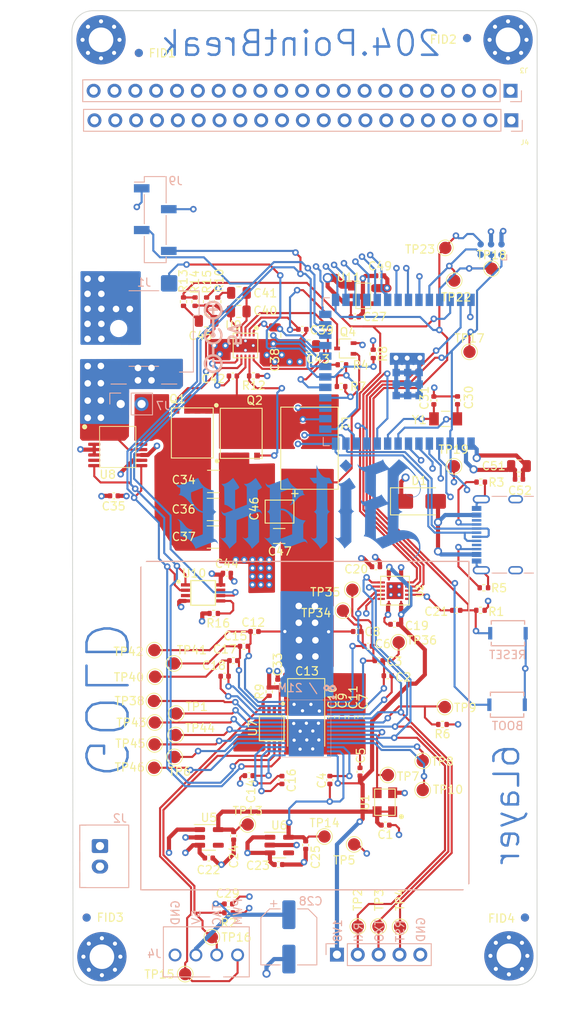
<source format=kicad_pcb>
(kicad_pcb (version 20240108) (generator "pcbnew") (generator_version "8.0")
  (layers (0 "F.Cu" signal) (1 "In1.Cu" signal) (2 "In2.Cu" signal) (3 "In3.Cu" signal) (4 "In4.Cu" signal) (31 "B.Cu" signal) (34 "B.Paste" user) (35 "F.Paste" user) (36 "B.SilkS" user "B.Silkscreen") (37 "F.SilkS" user "F.Silkscreen") (38 "B.Mask" user) (39 "F.Mask" user) (44 "Edge.Cuts" user))
  (net 0 "")
  (net 1 "GND")
  (net 2 "/Power/VIN")
  (net 3 "/BM1366/1V8")
  (net 4 "/BM1366/INV_CLKO")
  (net 5 "/VDD")
  (net 6 "/ESP32/EN")
  (net 7 "/5V")
  (net 8 "/3V3")
  (net 9 "/TX")
  (net 10 "/RX")
  (net 11 "/BM1366/VDD3_0")
  (net 12 "/BM1366/VDD2_0")
  (net 13 "/RST")
  (net 14 "/BM1366/PIN_MODE")
  (net 15 "/Fan/FAN_TACH")
  (net 16 "/SCL")
  (net 17 "/Fan/FAN_PWM")
  (net 18 "/Power/OUT0")
  (net 19 "/Power/SW")
  (net 20 "/BM1366/0V8")
  (net 21 "/BM1366/VDD1_0")
  (net 22 "/BM1366/VDD1_1")
  (net 23 "/BM1366/VDD2_1")
  (net 24 "/BM1366/VDD3_1")
  (net 25 "Net-(Q4-D)")
  (net 26 "Net-(U9-COMP)")
  (net 27 "Net-(U9-BOOT)")
  (net 28 "Net-(C41-Pad2)")
  (net 29 "Net-(U9-BP)")
  (net 30 "/BM1366/CI")
  (net 31 "Net-(C45-Pad1)")
  (net 32 "/BM1366/RO")
  (net 33 "/BM1366/RST_N")
  (net 34 "Net-(Q1-G)")
  (net 35 "Net-(Q2-G)")
  (net 36 "/BM1366/RI")
  (net 37 "Net-(U10-FS0)")
  (net 38 "Net-(U12-GPIO19{slash}U1RTS{slash}ADC2_CH8{slash}CLK_OUT2{slash}USB_D-)")
  (net 39 "Net-(U12-GPIO20{slash}U1CTS{slash}ADC2_CH9{slash}CLK_OUT1{slash}USB_D+)")
  (net 40 "unconnected-(U12-GPIO4{slash}TOUCH4{slash}ADC1_CH3-Pad4)")
  (net 41 "unconnected-(U12-MTCK{slash}GPIO39{slash}CLK_OUT3{slash}SUBSPICS1-Pad32)")
  (net 42 "unconnected-(U12-MTDO{slash}GPIO40{slash}CLK_OUT2-Pad33)")
  (net 43 "unconnected-(U12-MTDI{slash}GPIO41{slash}CLK_OUT1-Pad34)")
  (net 44 "/BM1366/CLKI")
  (net 45 "/BM1366/NRSTO")
  (net 46 "/BM1366/BO")
  (net 47 "/BM1366/CLKO")
  (net 48 "/BM1366/CO")
  (net 49 "/ESP32/P_TX")
  (net 50 "/ESP32/P_RX")
  (net 51 "/ESP32/IO0")
  (net 52 "/ESP32/XIN32")
  (net 53 "unconnected-(U12-MTMS{slash}GPIO42-Pad35)")
  (net 54 "/BM1366/ADDR0")
  (net 55 "/ESP32/XOUT32")
  (net 56 "/Power/PGOOD")
  (net 60 "/Power/OUT1")
  (net 62 "/ESP32/PWR_EN")
  (net 63 "unconnected-(U12-GPIO8{slash}TOUCH8{slash}ADC1_CH7{slash}SUBSPICS1-Pad12)")
  (net 64 "/SDA")
  (net 65 "unconnected-(U12-*GPIO46-Pad16)")
  (net 66 "unconnected-(U12-GPIO9{slash}TOUCH9{slash}ADC1_CH8{slash}FSPIHD{slash}SUBSPIHD-Pad17)")
  (net 67 "unconnected-(U12-GPIO13{slash}TOUCH13{slash}ADC2_CH2{slash}FSPIQ{slash}FSPIIO7{slash}SUBSPIQ-Pad21)")
  (net 68 "unconnected-(U12-GPIO14{slash}TOUCH14{slash}ADC2_CH3{slash}FSPIWP{slash}FSPIDQS{slash}SUBSPIWP-Pad22)")
  (net 69 "unconnected-(U12-GPIO5{slash}TOUCH5{slash}ADC1_CH4-Pad5)")
  (net 70 "unconnected-(U12-GPIO6{slash}TOUCH6{slash}ADC1_CH5-Pad6)")
  (net 71 "unconnected-(U12-GPIO7{slash}TOUCH7{slash}ADC1_CH6-Pad7)")
  (net 72 "unconnected-(U12-SPIIO6{slash}GPIO35{slash}FSPID{slash}SUBSPID-Pad28)")
  (net 73 "unconnected-(U12-SPIIO7{slash}GPIO36{slash}FSPICLK{slash}SUBSPICLK-Pad29)")
  (net 74 "unconnected-(U12-SPIDQS{slash}GPIO37{slash}FSPIQ{slash}SUBSPIQ-Pad30)")
  (net 75 "unconnected-(U12-GPIO21-Pad23)")
  (net 76 "unconnected-(U12-*GPIO45-Pad26)")
  (net 77 "unconnected-(U12-GPIO38{slash}FSPIWP{slash}SUBSPIWP-Pad31)")
  (net 78 "/BM1366/BI")
  (net 79 "/PLUG_SENSE")
  (net 80 "/BM1366/ADDR1")
  (net 81 "Net-(D1-Pad2)")
  (net 87 "Net-(J8-CC1)")
  (net 88 "Net-(J8-CC2)")
  (net 92 "Net-(U14-VDDIO_18_1)")
  (net 93 "Net-(U14-VDDIO_08_1)")
  (footprint "Capacitor_SMD:C_0805_2012Metric" (layer "F.Cu") (at 105.864 69.487 180)
    (property "Reference" "C43")
    (property "Value" "10uF")
  )
  (footprint "Capacitor_SMD:C_0402_1005Metric" (layer "F.Cu") (at 116.356 103.365 180)
    (property "Reference" "C19")
    (property "Value" "0.1uF")
  )
  (footprint "Diode_SMD:D_SMA" (layer "F.Cu") (at 119.38 88.392)
    (property "Reference" "D1")
    (property "Value" "SS310")
  )
  (footprint "Package_SO:TSSOP-16_4.4x5mm_P0.65mm" (layer "F.Cu") (at 82.64 81.77)
    (property "Reference" "U8")
    (property "Value" "INA260")
  )
  (footprint "Capacitor_SMD:C_0402_1005Metric" (layer "F.Cu") (at 112.268 114.6556 -90)
    (property "Reference" "C7")
    (property "Value" "0.1uF")
  )
  (footprint "Fiducial:Fiducial_1mm_Mask2mm" (layer "F.Cu") (at 125.2028 31.982)
    (property "Reference" "FID2")
    (property "Value" "Fiducial")
  )
  (footprint "Fiducial:Fiducial_1mm_Mask2mm" (layer "F.Cu") (at 132.2578 139.065)
    (property "Reference" "FID4")
    (property "Value" "Fiducial")
  )
  (footprint "Resistor_SMD:R_0402_1005Metric" (layer "F.Cu") (at 90.6496 64.079 -90)
    (property "Reference" "R13")
    (property "Value" "1.33k")
  )
  (footprint "Fiducial:Fiducial_1mm_Mask2mm" (layer "F.Cu") (at 78.8416 139.065)
    (property "Reference" "FID3")
    (property "Value" "Fiducial")
  )
  (footprint "Resistor_SMD:R_0402_1005Metric" (layer "F.Cu") (at 122.207 115.554 180)
    (property "Reference" "R6")
    (property "Value" "10k")
  )
  (footprint "Capacitor_SMD:C_0402_1005Metric" (layer "F.Cu") (at 115.25 127.81 180)
    (property "Reference" "C1")
    (property "Value" "0.1uF")
  )
  (footprint "TestPoint:TestPoint_Pad_D1.5mm" (layer "F.Cu") (at 87.0458 112.6998)
    (property "Reference" "TP38")
    (property "Value" "TestPoint")
  )
  (footprint "Package_TO_SOT_SMD:SOT-323_SC-70" (layer "F.Cu") (at 110.37 69.78 180)
    (property "Reference" "Q4")
    (property "Value" "2N7002K")
  )
  (footprint "Capacitor_SMD:C_0805_2012Metric" (layer "F.Cu") (at 97.4054 63.0058 180)
    (property "Reference" "C41")
    (property "Value" "1.5nF")
  )
  (footprint "TestPoint:TestPoint_Pad_D1.5mm" (layer "F.Cu") (at 123.61 84.12)
    (property "Reference" "TP19")
    (property "Value" "TestPoint")
  )
  (footprint "Resistor_SMD:R_0402_1005Metric" (layer "F.Cu") (at 113.77 70.44 -90)
    (property "Reference" "R8")
    (property "Value" "1M")
  )
  (footprint "Capacitor_SMD:C_0402_1005Metric" (layer "F.Cu") (at 114.44 107.79 180)
    (property "Reference" "C3")
    (property "Value" "1uF")
  )
  (footprint "MountingHole:MountingHole_3.5mm" (layer "F.Cu") (at 84.71 94.91)
    (property "Reference" "H6" (hide yes))
    (property "Value" "MountingHole")
  )
  (footprint "Resistor_SMD:R_0402_1005Metric" (layer "F.Cu") (at 127.254 98.91 180)
    (property "Reference" "R5")
    (property "Value" "5.1k")
  )
  (footprint "Capacitor_SMD:C_0805_2012Metric" (layer "F.Cu") (at 101.783 68.1616 -90)
    (property "Reference" "C38")
    (property "Value" "1uF")
  )
  (footprint "TestPoint:TestPoint_Pad_D1.5mm" (layer "F.Cu") (at 111.225 99.15)
    (property "Reference" "TP35")
    (property "Value" "TestPoint")
  )
  (footprint "TestPoint:TestPoint_Pad_D1.5mm" (layer "F.Cu") (at 111.44 130.16)
    (property "Reference" "TP5")
    (property "Value" "TestPoint")
  )
  (footprint "Capacitor_SMD:C_0402_1005Metric" (layer "F.Cu") (at 105.54 130.24 -90)
    (property "Reference" "C25")
    (property "Value" "1uF")
  )
  (footprint "Capacitor_SMD:C_0805_2012Metric" (layer "F.Cu") (at 93.472 66.42)
    (property "Reference" "C45")
    (property "Value" "470pF")
  )
  (footprint "bitaxe:SC32S-7PF20PPM" (layer "F.Cu") (at 122.595 78.349 180)
    (property "Reference" "Y1")
    (property "Value" "32.768kHz")
  )
  (footprint "TestPoint:TestPoint_Pad_D1.5mm" (layer "F.Cu") (at 94.107 141.4526)
    (property "Reference" "TP16")
    (property "Value" "TestPoint")
  )
  (footprint "TestPoint:TestPoint_Pad_D1.5mm" (layer "F.Cu") (at 90.8558 145.9484)
    (property "Reference" "TP15")
    (property "Value" "TestPoint")
  )
  (footprint "Package_TO_SOT_SMD:SOT-23-5" (layer "F.Cu") (at 93.753 129.308)
    (property "Reference" "U5")
    (property "Value" "MCP1824T-1802E")
  )
  (footprint "Capacitor_SMD:C_0805_2012Metric" (layer "F.Cu") (at 131.53 84.09)
    (property "Reference" "C51")
    (property "Value" "10uF")
  )
  (footprint "TestPoint:TestPoint_Pad_D1.5mm" (layer "F.Cu") (at 119.8 119.99)
    (property "Reference" "TP8")
    (property "Value" "TestPoint")
  )
  (footprint "TestPoint:TestPoint_Pad_D1.5mm" (layer "F.Cu") (at 122.556 57.528)
    (property "Reference" "TP23")
    (property "Value" "TestPoint")
  )
  (footprint "Package_TO_SOT_SMD:SOT-23-5" (layer "F.Cu") (at 102.32 130.24)
    (property "Reference" "U6")
    (property "Value" "MCP1824T-0802E")
  )
  (footprint "MountingHole:MountingHole_3.5mm" (layer "F.Cu") (at 126.06 136.36)
    (property "Reference" "H5" (hide yes))
    (property "Value" "MountingHole")
  )
  (footprint "TestPoint:TestPoint_Pad_D1.5mm" (layer "F.Cu") (at 89.7636 114.2238)
    (property "Reference" "TP1")
    (property "Value" "TestPoint")
  )
  (footprint "Capacitor_SMD:C_0402_1005Metric" (layer "F.Cu") (at 108.485 122.318 90)
    (property "Reference" "C4")
    (property "Value" "1uF")
  )
  (footprint "TestPoint:TestPoint_Pad_D1.5mm" (layer "F.Cu") (at 87.1474 115.316)
    (property "Reference" "TP43")
    (property "Value" "TestPoint")
  )
  (footprint "Package_SO:TSSOP-8_3x3mm_P0.65mm" (layer "F.Cu") (at 101.3968 116.0272 -90)
    (property "Reference" "U7")
    (property "Value" "EMC2101")
  )
  (footprint "Capacitor_SMD:C_0402_1005Metric" (layer "F.Cu") (at 99.3 104.24 180)
    (property "Reference" "C12")
    (property "Value" "1uF")
  )
  (footprint "Capacitor_SMD:C_0402_1005Metric" (layer "F.Cu") (at 131.53 85.7)
    (property "Reference" "C52")
    (property "Value" "0.1uF")
  )
  (footprint "Resistor_SMD:R_0402_1005Metric" (layer "F.Cu") (at 126.837 101.658 180)
    (property "Reference" "R1")
    (property "Value" "10k")
  )
  (footprint "MountingHole:MountingHole_3mm_Pad_Via" (layer "F.Cu") (at 130.2 32.2)
    (property "Reference" "H7")
    (property "Value" "MountingHole_Pad")
  )
  (footprint "Capacitor_SMD:C_0402_1005Metric" (layer "F.Cu") (at 124.043 76.096 90)
    (property "Reference" "C30")
    (property "Value" "6.8pF")
  )
  (footprint "Fiducial:Fiducial_1mm_Mask2mm" (layer "F.Cu") (at 85.2 33.8)
    (property "Reference" "FID1")
    (property "Value" "Fiducial")
  )
  (footprint "bitaxe:TXB0104" (layer "F.Cu") (at 116.422 99.265 -90)
    (property "Reference" "U2")
    (property "Value" "TXB0104RGYR")
  )
  (footprint "Resistor_SMD:R_0402_1005Metric" (layer "F.Cu") (at 94.8288 64.0836 -90)
    (property "Reference" "R10")
    (property "Value" "3.83k")
  )
  (footprint "TestPoint:TestPoint_Pad_D1.5mm" (layer "F.Cu") (at 87.1 106.51)
    (property "Reference" "TP42")
    (property "Value" "TestPoint")
  )
  (footprint "TestPoint:TestPoint_Pad_D1.5mm" (layer "F.Cu") (at 125.5 70.19)
    (property "Reference" "TP17")
    (property "Value" "TestPoint")
  )
  (footprint "bitaxe:FP1005R1-R15-R" (layer "F.Cu") (at 106.0006 81.9214 -90)
    (property "Reference" "L1")
    (property "Value" "150nH")
  )
  (footprint "Resistor_SMD:R_0402_1005Metric" (layer "F.Cu") (at 93.465 64.079 90)
    (property "Reference" "R15")
    (property "Value" "3.32k")
  )
  (footprint "Capacitor_SMD:C_0402_1005Metric" (layer "F.Cu") (at 98.01 106.04 180)
    (property "Reference" "C15")
    (property "Value" "1uF")
  )
  (footprint "Resistor_SMD:R_0402_1005Metric" (layer "F.Cu") (at 94.33 102.04 180)
    (property "Reference" "R16")
    (property "Value" "80.6k")
  )
  (footprint "MountingHole:MountingHole_3mm_Pad_Via" (layer "F.Cu") (at 130.302 143.728)
    (property "Reference" "H9")
    (property "Value" "MountingHole_Pad")
  )
  (footprint "Capacitor_SMD:C_0402_1005Metric" (layer "F.Cu") (at 102.646 122.318 90)
    (property "Reference" "C16")
    (property "Value" "1uF")
  )
  (footprint "Capacitor_SMD:C_0402_1005Metric" (layer "F.Cu") (at 114.6 60.93 180)
    (property "Reference" "C49")
    (property "Value" "1uF")
  )
  (footprint "Capacitor_SMD:C_0402_1005Metric" (layer "F.Cu") (at 95.659 109.681 180)
    (property "Reference" "C18")
    (property "Value" "1uF")
  )
  (footprint "TestPoint:TestPoint_Pad_D1.5mm" (layer "F.Cu") (at 128.2 60.06)
    (property "Reference" "TP18")
    (property "Value" "TestPoint")
  )
  (footprint "Capacitor_SMD:C_0805_2012Metric" (layer "F.Cu") (at 97.383 65.268 180)
    (property "Reference" "C40")
    (property "Value" "180pF")
  )
  (footprint "Package_SO:TSSOP-8_3x3mm_P0.65mm" (layer "F.Cu") (at 93.04 99.54)
    (property "Reference" "U10")
    (property "Value" "DS4432U+")
  )
  (footprint "TestPoint:TestPoint_Pad_D1.5mm" (layer "F.Cu") (at 116.87 105.55)
    (property "Reference" "TP36")
    (property "Value" "TestPoint")
  )
  (footprint "Capacitor_SMD:C_0402_1005Metric" (layer "F.Cu") (at 105.13 67.45)
    (property "Reference" "C39")
    (property "Value" "3.3nF")
  )
  (footprint "TestPoint:TestPoint_Pad_D1.5mm" (layer "F.Cu") (at 89.6874 116.84)
    (property "Reference" "TP44")
    (property "Value" "TestPoint")
  )
  (footprint "MountingHole:MountingHole_3mm_Pad_Via" (layer "F.Cu") (at 80.70501 143.83099)
    (property "Reference" "H10")
    (property "Value" "MountingHole_Pad")
  )
  (footprint "Capacitor_SMD:C_0402_1005Metric" (layer "F.Cu") (at 121.159 76.105 90)
    (property "Reference" "C31")
    (property "Value" "6.8pF")
  )
  (footprint "Capacitor_SMD:C_0402_1005Metric" (layer "F.Cu") (at 82.17 87.72 180)
    (property "Reference" "C35")
    (property "Value" "1uF")
  )
  (footprint "Capacitor_SMD:C_0402_1005Metric" (layer "F.Cu") (at 108.712 114.681 -90)
    (property "Reference" "C10")
    (property "Value" "1uF")
  )
  (footprint "Capacitor_SMD:C_0402_1005Metric" (layer "F.Cu") (at 111.1504 114.7064 -90)
    (property "Reference" "C11")
    (property "Value" "1uF")
  )
  (footprint "Resistor_SMD:R_0402_1005Metric" (layer "F.Cu") (at 92.0573 64.079 -90)
    (property "Reference" "R14")
    (property "Value" "4.99k")
  )
  (footprint "Capacitor_SMD:C_0402_1005Metric" (layer "F.Cu") (at 98.612 121.788 180)
    (property "Reference" "C14")
    (property "Value" "1uF")
  )
  (footprint "Capacitor_Tantalum_SMD:CP_EIA-7343-31_Kemet-D_Pad2.25x2.55mm_HandSolder" (layer "F.Cu") (at 105.6 114.56 -90)
    (property "Reference" "C13")
    (property "Value" "330uF")
  )
  (footprint "bitaxe:CSD17311Q5" (layer "F.Cu") (at 97.6816 80.1102 -90)
    (property "Reference" "Q2")
    (property "Value" "CSD17311Q5")
  )
  (footprint "Capacitor_SMD:C_0402_1005Metric" (layer "F.Cu") (at 102.1334 110.5662 90)
    (property "Reference" "C33")
    (property "Value" "0.1uF")
  )
  (footprint "Resistor_SMD:R_0402_1005Metric" (layer "F.Cu") (at 96.15 138.48)
    (property "Reference" "R2")
    (property "Value" "5.6k")
  )
  (footprint "TestPoint:TestPoint_Pad_D1.5mm" (layer "F.Cu") (at 114.41 140.15)
    (property "Reference" "TP3")
    (property "Value" "TestPoint")
  )
  (footprint "TestPoint:TestPoint_Pad_D1.5mm" (layer "F.Cu") (at 89.5 108.13)
    (property "Reference" "TP41")
    (property "Value" "TestPoint")
  )
  (footprint "Capacitor_SMD:C_0402_1005Metric" (layer "F.Cu") (at 95.93 97.14)
    (property "Reference" "C44")
    (property "Value" "1uF")
  )
  (footprint "bitaxe:TPS40305" (layer "F.Cu") (at 98.201691 69.4222 -90)
    (property "Reference" "U9")
    (property "Value" "TPS40305")
  )
  (footprint "TestPoint:TestPoint_Pad_D1.5mm" (layer "F.Cu") (at 110.075 101.7)
    (property "Reference" "TP34")
    (property "Value" "TestPoint")
  )
  (footprint "TestPoint:TestPoint_Pad_D1.5mm" (layer "F.Cu") (at 87.0712 120.8278)
    (property "Reference" "TP46")
    (property "Value" "TestPoint")
  )
  (footprint "MountingHole:MountingHole_3mm_Pad_Via" (layer "F.Cu") (at 80.6 32.2)
    (property "Reference" "H8" (hide yes))
    (property "Value" "MountingHole_Pad")
  )
  (footprint "Capacitor_SMD:C_0402_1005Metric" (layer "F.Cu") (at 93.733 131.818)
    (property "Reference" "C22")
    (property "Value" "1uF")
  )
  (footprint "TestPoint:TestPoint_Pad_D1.5mm" (layer "F.Cu") (at 119.8 123.54)
    (property "Reference" "TP10")
    (property "Value" "TestPoint")
  )
  (footprint "Capacitor_SMD:C_0402_1005Metric" (layer "F.Cu") (at 123.89 101.66 180)
    (property "Reference" "C21")
    (property "Value" "1uF")
  )
  (footprint "Capacitor_SMD:C_0402_1005Metric" (layer "F.Cu") (at 113.14 106.03 180)
    (property "Reference" "C6")
    (property "Value" "1uF")
  )
  (footprint "bitaxe:CAP_2R5TPE220MAFB" (layer "F.Cu") (at 102.3516 89.6402 180)
    (property "Reference" "C46")
    (property "Value" "220uF")
  )
  (footprint "bitaxe:CSD17311Q5" (layer "F.Cu") (at 91.719887 80.066364 90)
    (property "Reference" "Q1")
    (property "Value" "CSD17311Q5")
  )
  (footprint "Capacitor_SMD:C_0402_1005Metric" (layer "F.Cu") (at 96.6698 73.128)
    (property "Reference" "C42")
    (property "Value" "0.1uF")
  )
  (footprint "TestPoint:TestPoint_Pad_D1.5mm" (layer "F.Cu") (at 115.56 121.71)
    (property "Reference" "TP7")
    (property "Value" "TestPoint")
  )
  (footprint "Capacitor_SMD:C_1210_3225Metric" (layer "F.Cu") (at 94.2816 85.9702)
    (property "Reference" "C34")
    (property "Value" "47uF")
  )
  (footprint "TestPoint:TestPoint_Pad_D1.5mm" (layer "F.Cu") (at 87.18 109.74)
    (property "Reference" "TP40")
    (property "Value" "TestPoint")
  )
  (footprint "TestPoint:TestPoint_Pad_D1.5mm" (layer "F.Cu") (at 117.04 140.19 90)
    (property "Reference" "TP4")
    (property "Value" "TestPoint")
  )
  (footprint "bitaxe:O 25,0-JO32-B-1V3-1-T1-LF" (layer "F.Cu") (at 115.19 125.02 90)
    (property "Reference" "U1")
    (property "Value" "25MHz")
  )
  (footprint "TestPoint:TestPoint_Pad_D1.5mm" (layer "F.Cu") (at 98.473 127.736)
    (property "Reference" "TP13")
    (property "Value" "TestPoint")
  )
  (footprint "Resistor_SMD:R_0402_1005Metric" (layer "F.Cu") (at 99.1602 73.1234)
    (property "Reference" "R12")
    (property "Value" "4.12k")
  )
  (footprint "Resistor_SMD:R_0402_1005Metric" (layer "F.Cu") (at 109.955 71.76 180)
    (property "Reference" "R4")
    (property "Value" "10k")
  )
  (footprint "Capacitor_SMD:C_0402_1005Metric" (layer "F.Cu") (at 115.54 109.624 180)
    (property "Reference" "C2")
    (property "Value" "1uF")
  )
  (footprint "Resistor_SMD:R_0402_1005Metric" (layer "F.Cu") (at 109.85 74.41)
    (property "Reference" "R7")
    (property "Value" "10k")
  )
  (footprint "Capacitor_SMD:C_0402_1005Metric" (layer "F.Cu") (at 102.21 132.61)
    (property "Reference" "C23")
    (property "Value" "1uF")
  )
  (footprint "TestPoint:TestPoint_Pad_D1.5mm" (layer "F.Cu") (at 89.5604 119.507)
    (property "Reference" "TP6")
    (property "Value" "TestPoint")
  )
  (footprint "Capacitor_SMD:C_0402_1005Metric" (layer "F.Cu") (at 112.16 121.32 90)
    (property "Reference" "C5")
    (property "Value" "1uF")
  )
  (footprint "TestPoint:TestPoint_Pad_D1.5mm" (layer "F.Cu") (at 122.5 113.43)
    (property "Reference" "TP9")
    (property "Value" "TestPoint")
  )
  (footprint "Resistor_SMD:R_0402_1005Metric" (layer "F.Cu") (at 101.092 111.5568 90)
    (property "Reference" "R9")
    (property "Value" "10k")
  )
  (footprint "Capacitor_SMD:C_0402_1005Metric" (layer "F.Cu") (at 96.73 107.78 180)
    (property "Reference" "C17")
    (property "Value" "1uF")
  )
  (footprint "Capacitor_SMD:C_0402_1005Metric" (layer "F.Cu") (at 111.81 104.24 180)
    (property "Reference" "C8")
    (property "Value" "1uF")
  )
  (footprint "Capacitor_SMD:C_0402_1005Metric" (layer "F.Cu") (at 96.12 137.41)
    (property "Reference" "C29")
    (property "Value" "0.1uF")
  )
  (footprint "TestPoint:TestPoint_Pad_D1.5mm" (layer "F.Cu") (at 107.83 129.2)
    (property "Reference" "TP14")
    (property "Value" "TestPoint")
  )
  (footprint "TestPoint:TestPoint_Pad_D1.5mm" (layer "F.Cu") (at 87.122 117.983)
    (property "Reference" "TP45")
    (property "Value" "TestPoint")
  )
  (footprint "Resistor_SMD:R_0402_1005Metric" (layer "F.Cu") (at 126.872 86.047 180)
    (property "Reference" "R3")
    (property "Value" "5.1k")
  )
  (footprint "Capacitor_SMD:C_0402_1005Metric" (layer "F.Cu") (at 111.531 65.931)
    (property "Reference" "C27")
    (property "Value" "1uF")
  )
  (footprint "TestPoint:TestPoint_Pad_D1.5mm" (layer "F.Cu") (at 123.64 61.51)
    (property "Reference" "TP22")
    (property "Value" "TestPoint")
  )
  (footprint "TestPoint:TestPoint_Pad_D1.5mm" (layer "F.Cu") (at 111.89 140.15)
    (property "Reference" "TP2")
    (property "Value" "TestPoint")
  )
  (footprint "Capacitor_SMD:C_0402_1005Metric" (layer "F.Cu") (at 114.102 96.355 180)
    (property "Reference" "C20")
    (property "Value" "0.1uF")
  )
  (footprint "Capacitor_SMD:C_1206_3216Metric" (layer "F.Cu") (at 102.3116 92.6102 180)
    (property "Reference" "C47")
    (property "Value" "100uF")
  )
  (footprint "Capacitor_SMD:C_0402_1005Metric" (layer "F.Cu") (at 96.763 129.118 -90)
    (property "Reference" "C24")
    (property "Value" "1uF")
  )
  (footprint "Capacitor_SMD:C_1210_3225Metric" (layer "F.Cu") (at 94.2416 89.3802)
    (property "Reference" "C36")
    (property "Value" "47uF")
  )
  (footprint "Capacitor_SMD:C_0402_1005Metric" (layer "F.Cu") (at 109.982 114.71 -90)
    (property "Reference" "C9")
    (property "Value" "0.1uF")
  )
  (footprint "bitaxe:RT9080-33GJ5" (layer "F.Cu") (at 112.563 63.38)
    (property "Reference" "U11")
    (property "Value" "RT9080-33GJ5")
  )
  (footprint "Capacitor_SMD:C_1210_3225Metric" (layer "F.Cu") (at 94.2416 92.7402)
    (property "Reference" "C37")
    (property "Value" "47uF")
  )
  (footprint "Connector_PinHeader_2.54mm:PinHeader_1x21_P2.54mm_Vertical" (layer "B.Cu") (at 130.6 42 90)
    (property "Reference" "J4")
    (property "Value" "Conn_01x21")
  )
  (footprint "bitaxe:470531000" (layer "B.Cu") (at 89.621 143.622)
    (property "Reference" "J4")
    (property "Value" "Conn_01x04")
  )
  (footprint "Connector_PinSocket_2.54mm:PinSocket_1x04_P2.54mm_Vertical_SMD_Pin1Right" (layer "B.Cu") (at 87.205 54.09 180)
    (property "Reference" "J9")
    (property "Value" "Conn_01x04")
  )
  (footprint "Fiducial:Fiducial_1mm_Mask2mm" (layer "B.Cu") (at 132.26 139.06 180)
    (property "Reference" "FID7" (hide yes))
    (property "Value" "Fiducial")
  )
  (footprint "Connector_PinHeader_2.54mm:PinHeader_1x02_P2.54mm_Vertical" (layer "B.Cu") (at 83 76.54 -90)
    (property "Reference" "J7")
    (property "Value" "Conn_01x02")
  )
  (footprint "Connector_PinHeader_2.54mm:PinHeader_1x05_P2.54mm_Vertical" (layer "B.Cu") (at 109.35 143.58 -90)
    (property "Reference" "J3" (hide yes))
    (property "Value" "Conn_01x05")
  )
  (footprint "Connector_USB:USB_C_Receptacle_GCT_USB4105-xx-A_16P_TopMnt_Horizontal" (layer "B.Cu") (at 130.048 92.456 -90)
    (property "Reference" "J8" (hide yes))
    (property "Value" "USB_C_Receptacle_USB2.0")
  )
  (footprint "bitaxe:ESP32-S3-WROOM-1" (layer "B.Cu") (at 117.43 72.61 90)
    (property "Reference" "U12" (hide yes))
    (property "Value" "ESP32-S3-WROOM-1")
  )
  (footprint "bitaxe:Tag-Connect_TC2030-IDC-NL_2x03_P1.27mm_Vertical" (layer "B.Cu") (at 128.13 57.73 180)
    (property "Reference" "J5" (hide yes))
    (property "Value" "TC2030-IDC")
  )
  (footprint "bitaxe:logo" (layer "B.Cu") (at 105.131305 89.685804 180)
    (property "Reference" "G***" (hide yes))
    (property "Value" "LOGO" (hide yes))
  )
  (footprint "bitaxe:logo-fcu" (layer "B.Cu") (at 105.131305 89.685804 180)
    (property "Reference" "G***" (hide yes))
    (property "Value" "LOGO" (hide yes))
  )
  (footprint "Fiducial:Fiducial_1mm_Mask2mm" (layer "B.Cu") (at 78.85 139.07 180)
    (property "Reference" "FID8" (hide yes))
    (property "Value" "Fiducial")
  )
  (footprint "bitaxe:BM1366" (layer "B.Cu") (at 105.612 116.068 180)
    (property "Reference" "U14" (hide yes))
    (property "Value" "BM1366_mode1")
  )
  (footprint "Capacitor_SMD:CP_Elec_6.3x7.7" (layer "B.Cu") (at 103.49 141.42 -90)
    (property "Reference" "C28")
    (property "Value" "220uF")
  )
  (footprint "bitaxe:BarrelJack_Wuerth_694106106102_2.0x5.5mm" (layer "B.Cu") (at 85.825 67.35 90)
    (property "Reference" "J1")
    (property "Value" "54-00164")
  )
  (footprint "bitaxe:SW_CS1213AGF260_CRS" (layer "B.Cu") (at 130.186 104.448 180)
    (property "Reference" "SW1" (hide yes))
    (property "Value" "GT-TC029B-H025-L1N")
  )
  (footprint "bitaxe:polarity" (layer "B.Cu") (at 94.265 68.155 90)
    (property "Reference" "U3" (hide yes))
    (property "Value" "~")
  )
  (footprint "Fiducial:Fiducial_1mm_Mask2mm" (layer "B.Cu") (at 125.2 32 180)
    (property "Reference" "FID5" (hide yes))
    (property "Value" "Fiducial")
  )
  (footprint "bitaxe:JST_XH_B2B-XH-A_1x02_P2.50mm_Vertical" (layer "B.Cu") (at 80.47 130.36 -90)
    (property "Reference" "J2")
    (property "Value" "Conn_01x02")
  )
  (footprint "Connector_PinHeader_2.54mm:PinHeader_1x21_P2.54mm_Vertical" (layer "B.Cu") (at 130.5 38.4 90)
    (property "Reference" "J3")
    (property "Value" "Conn_01x21")
  )
  (footprint "bitaxe:SW_CS1213AGF260_CRS" (layer "B.Cu") (at 130.082 113.155 180)
    (property "Reference" "SW2" (hide yes))
    (property "Value" "GT-TC029B-H025-L1N")
  )
  (footprint "Fiducial:Fiducial_1mm_Mask2mm" (layer "B.Cu") (at 85.21 33.7946 180)
    (property "Reference" "FID6" (hide yes))
    (property "Value" "Fiducial")
  )
  (gr_rect (start 85.45 95.7) (end 125.43 135.69) (stroke (width 0.15)) (fill none) (layer "B.SilkS"))
  (gr_line (start 79.596051 28.656051) (end 131.203949 28.656051) (stroke (width 0.1)) (layer "Edge.Cuts"))
  (gr_arc (start 133.732 144.744) (mid 132.988051 146.540051) (end 131.192 147.284) (stroke (width 0.1)) (layer "Edge.Cuts"))
  (gr_arc (start 131.203949 28.656051) (mid 133 29.4) (end 133.743949 31.196051) (stroke (width 0.1)) (layer "Edge.Cuts"))
  (gr_arc (start 77.056051 31.196051) (mid 77.8 29.4) (end 79.596051 28.656051) (stroke (width 0.1)) (layer "Edge.Cuts"))
  (gr_line (start 131.192 147.284) (end 79.729 147.284) (stroke (width 0.1)) (layer "Edge.Cuts"))
  (gr_line (start 133.743949 31.196051) (end 133.732 144.744) (stroke (width 0.1)) (layer "Edge.Cuts"))
  (gr_arc (start 79.729 147.284) (mid 77.932949 146.540051) (end 77.189 144.744) (stroke (width 0.1)) (layer "Edge.Cuts"))
  (gr_line (start 77.189 144.744) (end 77.056051 31.196051) (stroke (width 0.1)) (layer "Edge.Cuts"))
  (gr_text "GOLD" (at 78.2 122.4 270) (layer "B.Cu") (effects (font (size 5 5) (thickness 0.3)) (justify left bottom mirror)))
  (gr_text "6Layer" (at 131.8 117.8 90) (layer "B.Cu") (effects (font (size 3 3) (thickness 0.3)) (justify left bottom mirror)))
  (gr_text "204.PointBreak" (at 122.2 34.4 0) (layer "B.Cu") (effects (font (size 3 3) (thickness 0.3)) (justify left bottom mirror)))
  (gr_text "RST" (at 117.0475 140.699666 90) (layer "B.SilkS") (effects (font (size 1 1)) (justify mirror)))
  (gr_text "5V" (at 92.209 139.018 90) (layer "B.SilkS") (effects (font (size 1 1)) (justify mirror)))
  (gr_text "1V8" (at 109.45 140.675857 90) (layer "B.SilkS") (effects (font (size 1 1)) (justify mirror)))
  (gr_text "/ 21M" (at 104.55 111.11 0) (layer "B.SilkS") (effects (font (size 1 1)) (justify mirror)))
  (gr_text "∞" (at 108.47 110.96 0) (layer "B.SilkS") (effects (font (size 2 2) (thickness 0.25)) (justify mirror)))
  (gr_text "5V" (at 95.925 69.675 -90) (layer "B.SilkS") (effects (font (size 1.5 1.5) (thickness 0.3) (bold yes)) (justify left bottom mirror)))
  (gr_text "RXI" (at 111.9825 140.842524 90) (layer "B.SilkS") (effects (font (size 1 1)) (justify mirror)))
  (gr_text "PWM" (at 97.265 138.363 90) (layer "B.SilkS") (effects (font (size 1 1)) (justify mirror)))
  (gr_text "GND" (at 119.58 140.533 90) (layer "B.SilkS") (effects (font (size 1 1)) (justify mirror)))
  (gr_text "TXO" (at 114.515 140.675857 90) (layer "B.SilkS") (effects (font (size 1 1)) (justify mirror)))
  (gr_text "TAC" (at 94.7325 138.696333 90) (layer "B.SilkS") (effects (font (size 1 1)) (justify mirror)))
  (gr_text "GND" (at 89.6675 138.482048 90) (layer "B.SilkS") (effects (font (size 1 1)) (justify mirror)))
  (segment (start 90.897 129.309) (end 90.898 129.308) (width 0.508) (layer "F.Cu") (net 1))
  (segment (start 112.513 63.759) (end 112.513 65.429) (width 0.508) (layer "F.Cu") (net 1))
  (segment (start 96.763 129.768) (end 96.763 131.278) (width 0.508) (layer "F.Cu") (net 1))
  (segment (start 112.513 65.429) (end 112.011 65.931) (width 0.508) (layer "F.Cu") (net 1))
  (segment (start 116.91 128.21) (end 116.91 128.99) (width 0.254) (layer "F.Cu") (net 1))
  (segment (start 111.18905 63.376) (end 111.18505 63.38) (width 0.508) (layer "F.Cu") (net 1))
  (segment (start 118.107 99.765) (end 120.075 99.765) (width 0.254) (layer "F.Cu") (net 1))
  (segment (start 121.159 74.598) (end 121.21 74.547) (width 0.254) (layer "F.Cu") (net 1))
  (segment (start 90.89 100.515) (end 90.215 100.515) (width 0.508) (layer "F.Cu") (net 1))
  (segment (start 112.9225 101.108938) (end 114.266438 99.765) (width 0.254) (layer "F.Cu") (net 1))
  (segment (start 117.602 123.903) (end 117.569 123.87) (width 0.508) (layer "F.Cu") (net 1))
  (segment (start 111.88 130.16) (end 112.98 131.26) (width 0.254) (layer "F.Cu") (net 1))
  (segment (start 115.13 103.06) (end 115.13 102.6317) (width 0.254) (layer "F.Cu") (net 1))
  (segment (start 90.13 101.01989) (end 90.360055 101.249945) (width 0.508) (layer "F.Cu") (net 1))
  (segment (start 115.5737 102.188) (end 115.5737 101.0483) (width 0.508) (layer "F.Cu") (net 1))
  (segment (start 122.717 115.554) (end 124.094 115.554) (width 0.254) (layer "F.Cu") (net 1))
  (segment (start 102.86 132.61) (end 105.04 132.61) (width 0.508) (layer "F.Cu") (net 1))
  (segment (start 115.13 102.6317) (end 115.5737 102.188) (width 0.254) (layer "F.Cu") (net 1))
  (segment (start 95.179 111.194) (end 96.109 112.124) (width 0.254) (layer "F.Cu") (net 1))
  (segment (start 97.494 136.516) (end 96.6 137.41) (width 0.254) (layer "F.Cu") (net 1))
  (segment (start 112.16 118.803) (end 112.158 118.801) (width 0.254) (layer "F.Cu") (net 1))
  (segment (start 100.8426 73.1234) (end 100.8506 73.1314) (width 0.254) (layer "F.Cu") (net 1))
  (segment (start 104.914 68.586) (end 104.914 69.487) (width 0.254) (layer "F.Cu") (net 1))
  (segment (start 90.13 100.6) (end 90.13 101.01989) (width 0.508) (layer "F.Cu") (net 1))
  (segment (start 120.075 99.765) (end 120.31 100) (width 0.254) (layer "F.Cu") (net 1))
  (segment (start 121.168 75.616) (end 121.159 75.625) (width 0.254) (layer "F.Cu") (net 1))
  (segment (start 110.856 121.838) (end 110.862 121.832) (width 0.254) (layer "F.Cu") (net 1))
  (segment (start 112.512 61.25) (end 112.812 60.95) (width 0.508) (layer "F.Cu") (net 1))
  (segment (start 116.02 109.624) (end 116.02 111.630284) (width 0.254) (layer "F.Cu") (net 1))
  (segment (start 114.1 60.95) (end 114.12 60.93) (width 0.508) (layer "F.Cu") (net 1))
  (segment (start 127.382 87.697) (end 126.943 88.136) (width 0.254) (layer "F.Cu") (net 1))
  (segment (start 96.4 97.7) (end 96.84 98.14) (width 0.508) (layer "F.Cu") (net 1))
  (segment (start 101.242 122.727) (end 99.393 122.727) (width 0.254) (layer "F.Cu") (net 1))
  (segment (start 127.764 97.597) (end 126.943 96.776) (width 0.254) (layer "F.Cu") (net 1))
  (segment (start 96.4 97.31) (end 96.4 97.7) (width 0.508) (layer "F.Cu") (net 1))
  (segment (start 78.125 82.095) (end 78.09 82.06) (width 0.508) (layer "F.Cu") (net 1))
  (segment (start 95.461 132.62) (end 95.015 132.62) (width 0.508) (layer "F.Cu") (net 1))
  (segment (start 94.89 62.47) (end 94.564 62.47) (width 0.254) (layer "F.Cu") (net 1))
  (segment (start 115.9 127.81) (end 116.51 127.81) (width 0.254) (layer "F.Cu") (net 1))
  (segment (start 105.61 67.45) (end 105.61 67.89) (width 0.254) (layer "F.Cu") (net 1))
  (segment (start 80.66 87.76) (end 80.7 87.72) (width 0.508) (layer "F.Cu") (net 1))
  (segment (start 127.764 98.91) (end 127.764 97.597) (width 0.254) (layer "F.Cu") (net 1))
  (segment (start 126.38 83.11) (end 126.68 82.81) (width 0.508) (layer "F.Cu") (net 1))
  (segment (start 105.54 132.11) (end 105.54 130.89) (width 0.508) (layer "F.Cu") (net 1))
  (segment (start 117.569 123.87) (end 116.14 123.87) (width 0.508) (layer "F.Cu") (net 1))
  (segment (start 124.094 115.554) (end 124.109 115.539) (width 0.254) (layer "F.Cu") (net 1))
  (segment (start 96.783 131.298) (end 95.461 132.62) (width 0.508) (layer "F.Cu") (net 1))
  (segment (start 112.513 63.759) (end 112.513 61.251) (width 0.508) (layer "F.Cu") (net 1))
  (segment (start 92.94 102.96) (end 92.91 102.99) (width 0.508) (layer "F.Cu") (net 1))
  (segment (start 121.159 75.625) (end 121.159 74.598) (width 0.254) (layer "F.Cu") (net 1))
  (segment (start 102.131 121.838) (end 101.242 122.727) (width 0.254) (layer "F.Cu") (net 1))
  (segment (start 131.2 82.81) (end 132.48 84.09) (width 0.508) (layer "F.Cu") (net 1))
  (segment (start 112.9225 102.037) (end 112.9225 101.108938) (width 0.254) (layer "F.Cu") (net 1))
  (segment (start 101.1825 130.24) (end 104.43 130.24) (width 0.508) (layer "F.Cu") (net 1))
  (segment (start 105.04 132.61) (end 105.54 132.11) (width 0.508) (layer "F.Cu") (net 1))
  (segment (start 115.876 103.365) (end 115.435 103.365) (width 0.254) (layer "F.Cu") (net 1))
  (segment (start 80.7 87.72) (end 81.69 87.72) (width 0.508) (layer "F.Cu") (net 1))
  (segment (start 112.13 63.376) (end 111.18905 63.376) (width 0.508) (layer "F.Cu") (net 1))
  (segment (start 127.382 86.047) (end 127.382 87.697) (width 0.254) (layer "F.Cu") (net 1))
  (segment (start 112.24 69.13) (end 111.37 69.13) (width 0.254) (layer "F.Cu") (net 1))
  (segment (start 92.94 102.04) (end 92.94 102.96) (width 0.508) (layer "F.Cu") (net 1))
  (segment (start 115.435 103.365) (end 115.13 103.06) (width 0.254) (layer "F.Cu") (net 1))
  (segment (start 95.179 109.681) (end 95.179 111.194) (width 0.254) (layer "F.Cu") (net 1))
  (segment (start 116.02 111.630284) (end 115.099642 112.550642) (width 0.254) (layer "F.Cu") (net 1))
  (segment (start 97.551 122.045) (end 97.551 122.747) (width 0.254) (layer "F.Cu") (net 1))
  (segment (start 112.592 95.325) (end 113.622 96.355) (width 0.508) (layer "F.Cu") (net 1))
  (segment (start 115.5737 101.0483) (end 115.672 100.95) (width 0.508) (layer "F.Cu") (net 1))
  (segment (start 90.898 129.308) (end 92.6155 129.308) (width 0.508) (layer "F.Cu") (net 1))
  (segment (start 105.61 67.89) (end 104.914 68.586) (width 0.254) (layer "F.Cu") (net 1))
  (segment (start 95.015 132.62) (end 94.213 131.818) (width 0.508) (layer "F.Cu") (net 1))
  (segment (start 108.485 121.838) (end 110.856 121.838) (width 0.254) (layer "F.Cu") (net 1))
  (segment (start 123.41 101.66) (end 121.97 101.66) (width 0.254) (layer "F.Cu") (net 1))
  (segment (start 132.01 84.56) (end 132.01 85.7) (width 0.508) (layer "F.Cu") (net 1))
  (segment (start 102.0826 109.0676) (end 102.1334 109.1184) (width 0.508) (layer "F.Cu") (net 1))
  (segment (start 111.44 130.16) (end 111.88 130.16) (width 0.254) (layer "F.Cu") (net 1))
  (segment (start 90.215 100.515) (end 90.13 100.6) (width 0.508) (layer "F.Cu") (net 1))
  (segment (start 97.808 121.788) (end 97.551 122.045) (width 0.254) (layer "F.Cu") (net 1))
  (segment (start 126.68 82.81) (end 131.2 82.81) (width 0.508) (layer "F.Cu") (net 1))
  (segment (start 94.564 62.47) (end 93.465 63.569) (width 0.254) (layer "F.Cu") (net 1))
  (segment (start 112.812 60.95) (end 114.1 60.95) (width 0.508) (layer "F.Cu") (net 1))
  (segment (start 112.318 95.325) (end 112.592 95.325) (width 0.508) (layer "F.Cu") (net 1))
  (segment (start 112.16 120.84) (end 112.16 118.803) (width 0.254) (layer "F.Cu") (net 1))
  (segment (start 79.7775 82.095) (end 78.125 82.095) (width 0.508) (layer "F.Cu") (net 1))
  (segment (start 116.51 127.81) (end 116.91 128.21) (width 0.254) (layer "F.Cu") (net 1))
  (segment (start 86.306158 82.745) (end 85.5025 82.745) (width 0.508) (layer "F.Cu") (net 1))
  (segment (start 112.513 61.251) (end 112.512 61.25) (width 0.508) (layer "F.Cu") (net 1))
  (segment (start 92.94 102.04) (end 93.82 102.04) (width 0.508) (layer "F.Cu") (net 1))
  (segment (start 99.6702 73.1234) (end 100.8426 73.1234) (width 0.254) (layer "F.Cu") (net 1))
  (segment (start 79.7775 81.445) (end 79.7775 82.095) (width 0.4) (layer "F.Cu") (net 1))
  (segment (start 87.414791 81.636367) (end 86.306158 82.745) (width 0.508) (layer "F.Cu") (net 1))
  (segment (start 96.763 131.278) (end 96.783 131.298) (width 0.508) (layer "F.Cu") (net 1))
  (segment (start 114.266438 99.765) (end 114.737 99.765) (width 0.254) (layer "F.Cu") (net 1))
  (segment (start 102.1334 109.1184) (end 102.1334 110.0862) (width 0.508) (layer "F.Cu") (net 1))
  (segment (start 98.682 136.516) (end 97.494 136.516) (width 0.254) (layer "F.Cu") (net 1))
  (segment (start 98.132 121.788) (end 97.808 121.788) (width 0.254) (layer "F.Cu") (net 1))
  (segment (start 112.46 69.35) (end 112.24 69.13) (width 0.254) (layer "F.Cu") (net 1))
  (segment (start 112.513 63.759) (end 112.13 63.376) (width 0.508) (layer "F.Cu") (net 1))
  (segment (start 79.7775 82.745) (end 79.7775 82.095) (width 0.4) (layer "F.Cu") (net 1))
  (segment (start 102.646 121.838) (end 102.131 121.838) (width 0.254) (layer "F.Cu") (net 1))
  (segment (start 121.97 101.66) (end 120.31 100) (width 0.254) (layer "F.Cu") (net 1))
  (segment (start 132.48 84.09) (end 132.01 84.56) (width 0.508) (layer "F.Cu") (net 1))
  (segment (start 124.043 75.616) (end 121.168 75.616) (width 0.254) (layer "F.Cu") (net 1))
  (via (at 95.067 70.471) (size 0.8) (drill 0.4) (layers "F.Cu" "B.Cu") (net 1))
  (via (at 80.64 68.6075) (size 1.2) (drill 0.8) (layers "F.Cu" "B.Cu") (net 1))
  (via (at 80.64 63.125) (size 1.2) (drill 0.8) (layers "F.Cu" "B.Cu") (net 1))
  (via (at 78.09 82.06) (size 0.8) (drill 0.4) (layers "F.Cu" "B.Cu") (net 1))
  (via (at 100.8506 73.1314) (size 0.8) (drill 0.4) (layers "F.Cu" "B.Cu") (net 1))
  (via (at 80.64 64.9525) (size 1.2) (drill 0.8) (layers "F.Cu" "B.Cu") (net 1))
  (via (at 116.91 128.99) (size 0.8) (drill 0.4) (layers "F.Cu" "B.Cu") (net 1))
  (via (at 116.54 70.92) (size 1) (drill 0.6) (layers "F.Cu" "B.Cu") (net 1))
  (via (at 80.64 66.78) (size 1.2) (drill 0.8) (layers "F.Cu" "B.Cu") (net 1))
  (via (at 99.06 95.504) (size 0.8) (drill 0.4) (layers "F.Cu" "B.Cu") (net 1))
  (via (at 78.96 61.3) (size 1.2) (drill 0.8) (layers "F.Cu" "B.Cu") (net 1))
  (via (at 82.43 64.97) (size 1.2) (drill 0.8) (layers "F.Cu" "B.Cu") (net 1))
  (via (at 125.6 65.94) (size 0.8) (drill 0.4) (layers "F.Cu" "B.Cu") (net 1))
  (via (at 112.98 131.26) (size 0.8) (drill 0.4) (layers "F.Cu" "B.Cu") (net 1))
  (via (at 96.109 112.124) (size 0.8) (drill 0.4) (layers "F.Cu" "B.Cu") (net 1))
  (via (at 84.11 64.9675) (size 1.2) (drill 0.8) (layers "F.Cu" "B.Cu") (net 1))
  (via (at 99.06 97.536) (size 0.8) (drill 0.4) (layers "F.Cu" "B.Cu") (net 1))
  (via (at 112.46 69.35) (size 0.8) (drill 0.4) (layers "F.Cu" "B.Cu") (net 1))
  (via (at 100.076 97.536) (size 0.8) (drill 0.4) (layers "F.Cu" "B.Cu") (net 1))
  (via (at 106.396 118.533) (size 0.8) (drill 0.4) (layers "F.Cu" "B.Cu") (net 1))
  (via (at 97.028 95.504) (size 0.8) (drill 0.4) (layers "F.Cu" "B.Cu") (net 1))
  (via (at 110.862 121.832) (size 0.8) (drill 0.4) (layers "F.Cu" "B.Cu") (net 1))
  (via (at 98.044 95.504) (size 0.8) (drill 0.4) (layers "F.Cu" "B.Cu") (net 1))
  (via (at 78.96 64.955) (size 1.2) (drill 0.8) (layers "F.Cu" "B.Cu") (net 1))
  (via (at 104.082 115.436) (size 0.8) (drill 0.4) (layers "F.Cu" "B.Cu") (net 1))
  (via (at 98.682 136.516) (size 0.8) (drill 0.4) (layers "F.Cu" "B.Cu") (net 1))
  (via (at 101.092 95.504) (size 0.8) (drill 0.4) (layers "F.Cu" "B.Cu") (net 1))
  (via (at 99.393 122.727) (size 0.8) (drill 0.4) (layers "F.Cu" "B.Cu") (net 1))
  (via (at 106.408 116.351) (size 0.8) (drill 0.4) (layers "F.Cu" "B.Cu") (net 1))
  (via (at 128.12 55.55) (size 0.8) (drill 0.4) (layers "F.Cu" "B.Cu") (net 1))
  (via (at 78.96 66.7825) (size 1.2) (drill 0.8) (layers "F.Cu" "B.Cu") (net 1))
  (via (at 95.758 69.4314) (size 0.8) (drill 0.4) (layers "F.Cu" "B.Cu") (net 1))
  (via (at 100.765 145.89) (size 1) (drill 0.6) (layers "F.Cu" "B.Cu") (net 1))
  (via (at 94.89 62.47) (size 0.8) (drill 0.4) (layers "F.Cu" "B.Cu") (net 1))
  (via (at 94.411 69.401) (size 0.8) (drill 0.4) (layers "F.Cu" "B.Cu") (net 1))
  (via (at 101.092 98.552) (size 0.8) (drill 0.4) (layers "F.Cu" "B.Cu") (net 1))
  (via (at 105.673 117.442) (size 0.8) (drill 0.4) (layers "F.Cu" "B.Cu") (net 1))
  (via (at 80.66 87.76) (size 0.8) (drill 0.4) (layers "F.Cu" "B.Cu") (net 1))
  (via (at 101.092 96.52) (size 0.8) (drill 0.4) (layers "F.Cu" "B.Cu") (net 1))
  (via (at 84.96 52.55) (size 0.8) (drill 0.4) (layers "F.Cu" "B.Cu") (net 1))
  (via (at 97.551 122.747) (size 0.8) (drill 0.4) (layers "F.Cu" "B.Cu") (net 1))
  (via (at 124.109 115.539) (size 0.8) (drill 0.4) (layers "F.Cu" "B.Cu") (net 1))
  (via (at 117.91 70.95) (size 1) (drill 0.6) (layers "F.Cu" "B.Cu") (net 1))
  (via (at 90.360055 101.249945) (size 0.8) (drill 0.4) (layers "F.Cu" "B.Cu") (net 1))
  (via (at 100.076 96.52) (size 0.8) (drill 0.4) (layers "F.Cu" "B.Cu") (net 1))
  (via (at 117.602 123.903) (size 0.8) (drill 0.4) (layers "F.Cu" "B.Cu") (net 1))
  (via (at 101.779 71.402) (size 0.8) (drill 0.4) (layers "F.Cu" "B.Cu") (net 1))
  (via (at 104.855 118.563) (size 0.8) (drill 0.4) (layers "F.Cu" "B.Cu") (net 1))
  (via (at 104.132 117.472) (size 0.8) (drill 0.4) (layers "F.Cu" "B.Cu") (net 1))
  (via (at 121.21 74.547) (size 0.8) (drill 0.4) (layers "F.Cu" "B.Cu") (net 1))
  (via (at 100.076 98.552) (size 0.8) (drill 0.4) (layers "F.Cu" "B.Cu") (net 1))
  (via (at 102.625 70.567) (size 0.8) (drill 0.4) (layers "F.Cu" "B.Cu") (net 1))
  (via (at 100.076 95.504) (size 0.8) (drill 0.4) (layers "F.Cu" "B.Cu") (net 1))
  (via (at 112.9225 102.037) (size 0.8) (drill 0.4) (layers "F.Cu" "B.Cu") (net 1))
  (via (at 107.144 117.442) (size 0.8) (drill 0.4) (layers "F.Cu" "B.Cu") (net 1))
  (via (at 90.897 129.309) (size 0.8) (drill 0.4) (layers "F.Cu" "B.Cu") (net 1))
  (via (at 112.318 95.325) (size 0.8) (drill 0.4) (layers "F.Cu" "B.Cu") (net 1))
  (via (at 112.512 61.25) (size 0.8) (drill 0.4) (layers "F.Cu" "B.Cu") (net 1))
  (via (at 105.623 115.406) (size 0.8) (drill 0.4) (layers "F.Cu" "B.Cu") (net 1))
  (via (at 101.092 97.536) (size 0.8) (drill 0.4) (layers "F.Cu" "B.Cu") (net 1))
  (via (at 104.867 116.381) (size 0.8) (drill 0.4) (layers "F.Cu" "B.Cu") (net 1))
  (via (at 100.801 70.578) (size 0.8) (drill 0.4) (layers "F.Cu" "B.Cu") (net 1))
  (via (at 87.414791 81.636367) (size 0.8) (drill 0.4) (layers "F.Cu" "B.Cu") (net 1))
  (via (at 104.83 71.398) (size 0.8) (drill 0.4) (layers "F.Cu" "B.Cu") (net 1))
  (via (at 119.454234 70.914234) (size 1) (drill 0.6) (layers "F.Cu" "B.Cu") (net 1))
  (via (at 105.33 132.32) (size 0.8) (drill 0.4) (layers "F.Cu" "B.Cu") (net 1))
  (via (at 104.43 130.24) (size 0.8) (drill 0.4) (layers "F.Cu" "B.Cu") (net 1))
  (via (at 126.38 83.11) (size 1) (drill 0.6) (layers "F.Cu" "B.Cu") (net 1))
  (via (at 99.06 96.52) (size 0.8) (drill 0.4) (layers "F.Cu" "B.Cu") (net 1))
  (via (at 80.64 61.2975) (size 1.2) (drill 0.8) (layers "F.Cu" "B.Cu") (net 1))
  (via (at 115.5737 102.188) (size 0.8) (drill 0.4) (layers "F.Cu" "B.Cu") (net 1))
  (via (at 120.31 100) (size 0.8) (drill 0.4) (layers "F.Cu" "B.Cu") (net 1))
  (via (at 78.96 68.61) (size 1.2) (drill 0.8) (layers "F.Cu" "B.Cu") (net 1))
  (via (at 78.96 63.1275) (size 1.2) (drill 0.8) (layers "F.Cu" "B.Cu") (net 1))
  (via (at 103.584 71.41) (size 0.8) (drill 0.4) (layers "F.Cu" "B.Cu") (net 1))
  (via (at 102.0826 109.0676) (size 0.8) (drill 0.4) (layers "F.Cu" "B.Cu") (net 1))
  (via (at 96.84 98.14) (size 0.8) (drill 0.4) (layers "F.Cu" "B.Cu") (net 1))
  (via (at 132.297 108.743) (size 0.8) (drill 0.4) (layers "F.Cu" "B.Cu") (net 1))
  (via (at 92.91 102.99) (size 0.8) (drill 0.4) (layers "F.Cu" "B.Cu") (net 1))
  (via (at 95.26 132.63) (size 0.8) (drill 0.4) (layers "F.Cu" "B.Cu") (net 1))
  (via (at 107.094 115.406) (size 0.8) (drill 0.4) (layers "F.Cu" "B.Cu") (net 1))
  (via (at 115.099642 112.550642) (size 0.8) (drill 0.4) (layers "F.Cu" "B.Cu") (net 1))
  (via (at 99.06 98.552) (size 0.8) (drill 0.4) (layers "F.Cu" "B.Cu") (net 1))
  (segment (start 102.696 114.311) (end 99.4012 114.311) (width 0.254) (layer "B.Cu") (net 1))
  (segment (start 100.765 145.045) (end 100.765 145.89) (width 0.508) (layer "B.Cu") (net 1))
  (segment (start 108.528 114.311) (end 113.339284 114.311) (width 0.254) (layer "B.Cu") (net 1))
  (segment (start 132.345 104.448) (end 132.345 108.695) (width 0.254) (layer "B.Cu") (net 1))
  (segment (start 85.55 51.96) (end 84.96 52.55) (width 0.254) (layer "B.Cu") (net 1))
  (segment (start 128.13 57.095) (end 128.13 55.56) (width 0.508) (layer "B.Cu") (net 1))
  (segment (start 126.368 89.256) (end 126.368 88.711) (width 0.254) (layer "B.Cu") (net 1))
  (segment (start 110.156 118.327) (end 108.528 118.327) (width 0.254) (layer "B.Cu") (net 1))
  (segment (start 99.4012 114.311) (end 97.2142 112.124) (width 0.254) (layer "B.Cu") (net 1))
  (segment (start 132.241 108.799) (end 132.297 108.743) (width 0.254) (layer "B.Cu") (net 1))
  (segment (start 125.6 65.94) (end 125.6 63.95) (width 0.254) (layer "B.Cu") (net 1))
  (segment (start 117.91 70.95) (end 117.97 71.01) (width 0.254) (layer "B.Cu") (net 1))
  (segment (start 126.38 83.11) (end 126.38 82.05) (width 0.508) (layer "B.Cu") (net 1))
  (segment (start 132.345 108.695) (end 132.297 108.743) (width 0.254) (layer "B.Cu") (net 1))
  (segment (start 85.55 50.28) (end 85.55 51.96) (width 0.254) (layer "B.Cu") (net 1))
  (segment (start 99.393 119.299) (end 100.374 118.318) (width 0.254) (layer "B.Cu") (net 1))
  (segment (start 110.862 119.033) (end 110.156 118.327) (width 0.254) (layer "B.Cu") (net 1))
  (segment (start 101.69 144.12) (end 100.765 145.045) (width 0.508) (layer "B.Cu") (net 1))
  (segment (start 126.38 82.05) (end 125.69 81.36) (width 0.508) (layer "B.Cu") (net 1))
  (segment (start 128.13 55.56) (end 128.12 55.55) (width 0.508) (layer "B.Cu") (net 1))
  (segment (start 99.393 122.727) (end 99.393 119.299) (width 0.254) (layer "B.Cu") (net 1))
  (segment (start 125.6 63.95) (end 125.69 63.86) (width 0.254) (layer "B.Cu") (net 1))
  (segment (start 132.241 113.155) (end 132.241 108.799) (width 0.254) (layer "B.Cu") (net 1))
  (segment (start 100.374 118.318) (end 102.696 118.318) (width 0.254) (layer "B.Cu") (net 1))
  (segment (start 113.339284 114.311) (end 115.099642 112.550642) (width 0.254) (layer "B.Cu") (net 1))
  (segment (start 103.49 144.12) (end 101.69 144.12) (width 0.508) (layer "B.Cu") (net 1))
  (segment (start 97.2142 112.124) (end 96.109 112.124) (width 0.254) (layer "B.Cu") (net 1))
  (segment (start 119.454234 70.914234) (end 119.37 70.998468) (width 0.254) (layer "B.Cu") (net 1))
  (segment (start 110.862 121.832) (end 110.862 119.033) (width 0.254) (layer "B.Cu") (net 1))
  (segment (start 126.368 88.711) (end 126.943 88.136) (width 0.254) (layer "B.Cu") (net 1))
  (segment (start 126.368 95.656) (end 126.368 96.201) (width 0.254) (layer "B.Cu") (net 1))
  (segment (start 126.368 96.201) (end 126.943 96.776) (width 0.254) (layer "B.Cu") (net 1))
  (segment (start 83.935 82.095) (end 82.635 80.795) (width 0.254) (layer "F.Cu") (net 2))
  (segment (start 82.635 80.795) (end 79.7775 80.795) (width 0.254) (layer "F.Cu") (net 2))
  (segment (start 85.5025 82.095) (end 83.935 82.095) (width 0.254) (layer "F.Cu") (net 2))
  (via (at 80.58 71.91) (size 1.2) (drill 0.8) (layers "F.Cu" "B.Cu") (net 2))
  (via (at 78.98 76.13) (size 1.2) (drill 0.8) (layers "F.Cu" "B.Cu") (net 2))
  (via (at 78.98 78.23) (size 1.2) (drill 0.8) (layers "F.Cu" "B.Cu") (net 2))
  (via (at 80.58 78.21) (size 1.2) (drill 0.8) (layers "F.Cu" "B.Cu") (net 2))
  (via (at 80.58 76.11) (size 1.2) (drill 0.8) (layers "F.Cu" "B.Cu") (net 2))
  (via (at 85.1 72.15) (size 1.2) (drill 0.8) (layers "F.Cu" "B.Cu") (net 2))
  (via (at 86.75 73.66) (size 1.2) (drill 0.8) (layers "F.Cu" "B.Cu") (net 2))
  (via (at 80.58 74.01) (size 1.2) (drill 0.8) (layers "F.Cu" "B.Cu") (net 2))
  (via (at 85.1 73.66) (size 1.2) (drill 0.8) (layers "F.Cu" "B.Cu") (net 2))
  (via (at 78.98 71.93) (size 1.2) (drill 0.8) (layers "F.Cu" "B.Cu") (net 2))
  (via (at 86.75 72.15) (size 1.2) (drill 0.8) (layers "F.Cu" "B.Cu") (net 2))
  (via (at 78.98 74.03) (size 1.2) (drill 0.8) (layers "F.Cu" "B.Cu") (net 2))
  (segment (start 94.8905 128.358) (end 96.653 128.358) (width 0.508) (layer "F.Cu") (net 3))
  (segment (start 117.172 102.173) (end 117.172 100.95) (width 0.508) (layer "F.Cu") (net 3))
  (segment (start 120.06 109.49) (end 120.06 106.46) (width 0.508) (layer "F.Cu") (net 3))
  (segment (start 117.183 103.583) (end 117.183 103.222) (width 0.508) (layer "F.Cu") (net 3))
  (segment (start 112.48 126.17) (end 112.48 122.88) (width 0.508) (layer "F.Cu") (net 3))
  (segment (start 117.183 103.222) (end 117.172 103.211) (width 0.508) (layer "F.Cu") (net 3))
  (segment (start 111.997 122.723) (end 112.16 122.56) (width 0.254) (layer "F.Cu") (net 3))
  (segment (start 95.415 126.17) (end 112.48 126.17) (width 0.508) (layer "F.Cu") (net 3))
  (segment (start 115.737362 96.829638) (end 115.672 96.895) (width 0.508) (layer "F.Cu") (net 3))
  (segment (start 116.14 126.17) (end 114.24 126.17) (width 0.254) (layer "F.Cu") (net 3))
  (segment (start 118.96 110.59) (end 120.06 109.49) (width 0.508) (layer "F.Cu") (net 3))
  (segment (start 96.653 128.358) (end 96.763 128.468) (width 0.508) (layer "F.Cu") (net 3))
  (segment (start 113.63 121.09) (end 113.63 115.16) (width 0.508) (layer "F.Cu") (net 3))
  (segment (start 112.48 127.04) (end 112.13 127.39) (width 0.508) (layer "F.Cu") (net 3))
  (segment (start 95.406 126.161) (end 95.415 126.17) (width 0.508) (layer "F.Cu") (net 3))
  (segment (start 118.2 110.59) (end 118.96 110.59) (width 0.508) (layer "F.Cu") (net 3))
  (segment (start 112.16 122.56) (end 113.63 121.09) (width 0.508) (layer "F.Cu") (net 3))
  (segment (start 112.48 126.17) (end 112.48 127.04) (width 0.508) (layer "F.Cu") (net 3))
  (segment (start 120.06 106.46) (end 117.183 103.583) (width 0.508) (layer "F.Cu") (net 3))
  (segment (start 114.6 127.81) (end 114.25 127.46) (width 0.508) (layer "F.Cu") (net 3))
  (segment (start 94.8905 128.358) (end 94.8905 126.6765) (width 0.508) (layer "F.Cu") (net 3))
  (segment (start 114.25 126.18) (end 114.24 126.17) (width 0.508) (layer "F.Cu") (net 3))
  (segment (start 115.737362 96.385646) (end 115.737362 96.829638) (width 0.508) (layer "F.Cu") (net 3))
  (segment (start 115.672 96.895) (end 115.672 97.58) (width 0.508) (layer "F.Cu") (net 3))
  (segment (start 113.63 115.16) (end 118.2 110.59) (width 0.508) (layer "F.Cu") (net 3))
  (segment (start 112.48 122.88) (end 112.16 122.56) (width 0.508) (layer "F.Cu") (net 3))
  (segment (start 94.8905 126.6765) (end 95.406 126.161) (width 0.508) (layer "F.Cu") (net 3))
  (segment (start 117.172 103.211) (end 117.172 100.95) (width 0.508) (layer "F.Cu") (net 3))
  (segment (start 114.25 127.46) (end 114.25 126.18) (width 0.508) (layer "F.Cu") (net 3))
  (segment (start 97.67 127.85) (end 97.02 128.5) (width 0.254) (layer "F.Cu") (net 3))
  (segment (start 109.458 122.723) (end 111.997 122.723) (width 0.254) (layer "F.Cu") (net 3))
  (segment (start 112.16 121.97) (end 112.16 122.56) (width 0.508) (layer "F.Cu") (net 3))
  (segment (start 112.48 126.17) (end 114.24 126.17) (width 0.508) (layer "F.Cu") (net 3))
  (via (at 115.737362 96.385646) (size 0.8) (drill 0.4) (layers "F.Cu" "B.Cu") (net 3))
  (via (at 117.172 102.173) (size 0.8) (drill 0.4) (layers "F.Cu" "B.Cu") (net 3))
  (via (at 112.13 127.39) (size 0.8) (drill 0.4) (layers "F.Cu" "B.Cu") (net 3))
  (via (at 109.458 122.723) (size 0.8) (drill 0.4) (layers "F.Cu" "B.Cu") (net 3))
  (segment (start 109.35 143.58) (end 109.35 130.17) (width 0.508) (layer "B.Cu") (net 3))
  (segment (start 109.35 130.17) (end 112.13 127.39) (width 0.508) (layer "B.Cu") (net 3))
  (segment (start 118.302 98.950284) (end 118.302 101.043) (width 0.508) (layer "B.Cu") (net 3))
  (segment (start 109.45 122.715) (end 109.45 119.488) (width 0.254) (layer "B.Cu") (net 3))
  (segment (start 109.45 119.488) (end 109.293 119.331) (width 0.254) (layer "B.Cu") (net 3))
  (segment (start 118.302 101.043) (end 117.172 102.173) (width 0.508) (layer "B.Cu") (net 3))
  (segment (start 115.737362 96.385646) (end 118.302 98.950284) (width 0.508) (layer "B.Cu") (net 3))
  (segment (start 109.293 119.331) (end 108.528 119.331) (width 0.254) (layer "B.Cu") (net 3))
  (segment (start 109.458 122.723) (end 109.45 122.715) (width 0.254) (layer "B.Cu") (net 3))
  (segment (start 92.4306 118.7958) (end 91.7194 119.507) (width 0.254) (layer "F.Cu") (net 4))
  (segment (start 91.7194 119.507) (end 89.5604 119.507) (width 0.254) (layer "F.Cu") (net 4))
  (via (at 92.4306 118.7958) (size 0.8) (drill 0.4) (layers "F.Cu" "B.Cu") (net 4))
  (segment (start 102.696 117.318) (end 97.175536 117.318) (width 0.254) (layer "B.Cu") (net 4))
  (segment (start 97.175536 117.318) (end 95.697736 118.7958) (width 0.254) (layer "B.Cu") (net 4))
  (segment (start 95.697736 118.7958) (end 92.4306 118.7958) (width 0.254) (layer "B.Cu") (net 4))
  (segment (start 90.6496 63.569) (end 92.0573 63.569) (width 0.254) (layer "F.Cu") (net 5))
  (segment (start 105.69 61.79) (end 104.111983 61.79) (width 0.254) (layer "F.Cu") (net 5))
  (segment (start 111.14 84.37) (end 109.4286 86.0814) (width 0.254) (layer "F.Cu") (net 5))
  (segment (start 112.12 75.247) (end 112.12 77.12) (width 0.254) (layer "F.Cu") (net 5))
  (segment (start 113.74 67.09) (end 114.62 67.97) (width 0.254) (layer "F.Cu") (net 5))
  (segment (start 112.12 77.12) (end 111.14 78.1) (width 0.254) (layer "F.Cu") (net 5))
  (segment (start 114.62 67.97) (end 114.62 72.747) (width 0.254) (layer "F.Cu") (net 5))
  (segment (start 111.14 78.1) (end 111.14 84.37) (width 0.254) (layer "F.Cu") (net 5))
  (segment (start 108.36 104.24) (end 111.16 104.24) (width 0.254) (layer "F.Cu") (net 5))
  (segment (start 104.111383 61.7906) (end 91.9394 61.7906) (width 0.254) (layer "F.Cu") (net 5))
  (segment (start 120.2299 67.09) (end 112.51 67.09) (width 0.254) (layer "F.Cu") (net 5))
  (segment (start 103 104.24) (end 99.95 104.24) (width 0.254) (layer "F.Cu") (net 5))
  (segment (start 110.99 67.09) (end 105.69 61.79) (width 0.254) (layer "F.Cu") (net 5))
  (segment (start 121.1499 66.17) (end 120.2299 67.09) (width 0.254) (layer "F.Cu") (net 5))
  (segment (start 114.62 72.747) (end 112.12 75.247) (width 0.254) (layer "F.Cu") (net 5))
  (segment (start 112.51 67.09) (end 110.99 67.09) (width 0.254) (layer "F.Cu") (net 5))
  (segment (start 91.9394 61.7906) (end 90.6496 63.0804) (width 0.254) (layer "F.Cu") (net 5))
  (segment (start 90.6496 63.0804) (end 90.6496 63.569) (width 0.254) (layer "F.Cu") (net 5))
  (segment (start 109.4286 86.0814) (end 106.0006 86.0814) (width 0.254) (layer "F.Cu") (net 5))
  (segment (start 104.111983 61.79) (end 104.111383 61.7906) (width 0.254) (layer "F.Cu") (net 5))
  (segment (start 108.33 104.27) (end 108.36 104.24) (width 0.254) (layer "F.Cu") (net 5))
  (segment (start 112.51 67.09) (end 113.74 67.09) (width 0.254) (layer "F.Cu") (net 5))
  (via (at 121.1499 66.17) (size 0.8) (drill 0.4) (layers "F.Cu" "B.Cu") (net 5))
  (via (at 103 104.24) (size 0.8) (drill 0.4) (layers "F.Cu" "B.Cu") (net 5))
  (via (at 105.152 113.89) (size 0.8) (drill 0.4) (layers "F.Cu" "B.Cu") (net 5))
  (via (at 106.685 103.175) (size 1.2) (drill 0.8) (layers "F.Cu" "B.Cu") (net 5))
  (via (at 106.725 105.305) (size 1.2) (drill 0.8) (layers "F.Cu" "B.Cu") (net 5))
  (via (at 104.126 113.11) (size 0.8) (drill 0.4) (layers "F.Cu" "B.Cu") (net 5))
  (via (at 108.33 104.27) (size 0.8) (drill 0.4) (layers "F.Cu" "B.Cu") (net 5))
  (via (at 107.204 113.92) (size 0.8) (drill 0.4) (layers "F.Cu" "B.Cu") (net 5))
  (via (at 106.725 107.275) (size 1.2) (drill 0.8) (layers "F.Cu" "B.Cu") (net 5))
  (via (at 106.178 113.11) (size 0.8) (drill 0.4) (layers "F.Cu" "B.Cu") (net 5))
  (via (at 104.695 103.175) (size 1.2) (drill 0.8) (layers "F.Cu" "B.Cu") (net 5))
  (via (at 104.695 101.135) (size 1.2) (drill 0.8) (layers "F.Cu" "B.Cu") (net 5))
  (via (at 106.665 101.155) (size 1.2) (drill 0.8) (layers "F.Cu" "B.Cu") (net 5))
  (via (at 104.745 107.305) (size 1.2) (drill 0.8) (layers "F.Cu" "B.Cu") (net 5))
  (via (at 104.715 105.285) (size 1.2) (drill 0.8) (layers "F.Cu" "B.Cu") (net 5))
  (segment (start 123.15 65.45) (end 123.15 63.86) (width 0.254) (layer "B.Cu") (net 5))
  (segment (start 121.1499 66.17) (end 122.43 66.17) (width 0.254) (layer "B.Cu") (net 5))
  (segment (start 122.43 66.17) (end 123.15 65.45) (width 0.254) (layer "B.Cu") (net 5))
  (segment (start 124.37 101.66) (end 125.36 101.66) (width 0.254) (layer "F.Cu") (net 6))
  (segment (start 126.325 101.66) (end 126.327 101.658) (width 0.254) (layer "F.Cu") (net 6))
  (segment (start 125.36 101.66) (end 125.36 100.967) (width 0.254) (layer "F.Cu") (net 6))
  (segment (start 125.36 101.66) (end 126.325 101.66) (width 0.254) (layer "F.Cu") (net 6))
  (segment (start 125.65 67.76) (end 125.5 67.91) (width 0.254) (layer "F.Cu") (net 6))
  (segment (start 121.315 70.905) (end 122.1013 70.905) (width 0.254) (layer "F.Cu") (net 6))
  (segment (start 125.5 67.91) (end 125.5 70.19) (width 0.254) (layer "F.Cu") (net 6))
  (segment (start 114.907608 74.1836) (end 118.0364 74.1836) (width 0.254) (layer "F.Cu") (net 6))
  (segment (start 126.2606 104.1456) (end 126.2606 101.7244) (width 0.254) (layer "F.Cu") (net 6))
  (segment (start 126.293 104.178) (end 126.2606 104.1456) (width 0.254) (layer "F.Cu") (net 6))
  (segment (start 113.3837 75.707508) (end 114.907608 74.1836) (width 0.254) (layer "F.Cu") (net 6))
  (segment (start 118.0364 74.1836) (end 121.315 70.905) (width 0.254) (layer "F.Cu") (net 6))
  (segment (start 126.2606 101.7244) (end 126.327 101.658) (width 0.254) (layer "F.Cu") (net 6))
  (segment (start 125.36 100.967) (end 113.3837 88.9907) (width 0.254) (layer "F.Cu") (net 6))
  (segment (start 113.3837 88.9907) (end 113.3837 75.707508) (width 0.254) (layer "F.Cu") (net 6))
  (via (at 126.293 104.178) (size 0.8) (drill 0.4) (layers "F.Cu" "B.Cu") (net 6))
  (via (at 125.65 67.76) (size 0.8) (drill 0.4) (layers "F.Cu" "B.Cu") (net 6))
  (via (at 125.2 87) (size 0.8) (drill 0.4) (layers "F.Cu" "B.Cu") (net 6))
  (via (at 122.1013 70.905) (size 0.8) (drill 0.4) (layers "F.Cu" "B.Cu") (net 6))
  (segment (start 122.505 70.905) (end 122.1013 70.905) (width 0.254) (layer "B.Cu") (net 6))
  (segment (start 125.65 67.76) (end 122.505 70.905) (width 0.254) (layer "B.Cu") (net 6))
  (segment (start 126.4194 62.7406) (end 129.4 59.76) (width 0.254) (layer "B.Cu") (net 6))
  (segment (start 123.5646 85.3646) (end 123.891417 85.3646) (width 0.254) (layer "B.Cu") (net 6))
  (segment (start 125.65 67.76) (end 123.3494 70.0606) (width 0.254) (layer "B.Cu") (net 6))
  (segment (start 125.65 67.76) (end 126.14 67.76) (width 0.254) (layer "B.Cu") (net 6))
  (segment (start 129.4 59.76) (end 129.4 58.365) (width 0.254) (layer "B.Cu") (net 6))
  (segment (start 126.4194 67.4806) (end 126.4194 62.7406) (width 0.254) (layer "B.Cu") (net 6))
  (segment (start 123.16 79.83) (end 123.16 81.1336) (width 0.254) (layer "B.Cu") (net 6))
  (segment (start 128.027 104.448) (end 126.563 104.448) (width 0.254) (layer "B.Cu") (net 6))
  (segment (start 123.2 85) (end 123.5646 85.3646) (width 0.254) (layer "B.Cu") (net 6))
  (segment (start 123.3494 70.0606) (end 123.3494 79.6406) (width 0.254) (layer "B.Cu") (net 6))
  (segment (start 126.563 104.448) (end 126.293 104.178) (width 0.254) (layer "B.Cu") (net 6))
  (segment (start 123.3494 79.6406) (end 123.16 79.83) (width 0.254) (layer "B.Cu") (net 6))
  (segment (start 123.891417 85.3646) (end 125.2 86.673183) (width 0.254) (layer "B.Cu") (net 6))
  (segment (start 126.14 67.76) (end 126.4194 67.4806) (width 0.254) (layer "B.Cu") (net 6))
  (segment (start 123.2 81.124736) (end 123.2 85) (width 0.254) (layer "B.Cu") (net 6))
  (segment (start 125.2 86.673183) (end 125.2 87) (width 0.254) (layer "B.Cu") (net 6))
  (segment (start 109.971 62.002) (end 111.205 62.002) (width 1) (layer "F.Cu") (net 7))
  (segment (start 111.051 64.45385) (end 111.18505 64.3198) (width 0.254) (layer "F.Cu") (net 7))
  (segment (start 99.11 129.3) (end 98.45 129.96) (width 0.508) (layer "F.Cu") (net 7))
  (segment (start 89.893 128.358) (end 88.883 129.368) (width 0.508) (layer "F.Cu") (net 7))
  (segment (start 117.18 86.02) (end 117.18 88.392) (width 0.508) (layer "F.Cu") (net 7))
  (segment (start 101.1825 129.29) (end 100.683811 129.29) (width 0.508) (layer "F.Cu") (net 7))
  (segment (start 108.214845 61.185155) (end 108.214845 62.251845) (width 0.508) (layer "F.Cu") (net 7))
  (segment (start 100.683811 129.29) (end 100.673811 129.3) (width 0.508) (layer "F.Cu") (net 7))
  (segment (start 93.253 131.818) (end 92.6155 131.1805) (width 0.508) (layer "F.Cu") (net 7))
  (segment (start 117.71 85.49) (end 117.18 86.02) (width 0.508) (layer "F.Cu") (net 7))
  (segment (start 98.46 131.19) (end 98.45 131.2) (width 0.508) (layer "F.Cu") (net 7))
  (segment (start 108.214845 61.185155) (end 109.154155 61.185155) (width 1) (layer "F.Cu") (net 7))
  (segment (start 100.0776 66.77) (end 99.201691 67.645909) (width 0.254) (layer "F.Cu") (net 7))
  (segment (start 94.58 137.39) (end 94.6 137.41) (width 0.254) (layer "F.Cu") (net 7))
  (segment (start 88.883 129.368) (end 88.883 131.168) (width 0.508) (layer "F.Cu") (net 7))
  (segment (start 109.154155 61.185155) (end 109.971 62.002) (width 1) (layer "F.Cu") (net 7))
  (segment (start 90.881 131.182) (end 91.805 130.258) (width 0.508) (layer "F.Cu") (net 7))
  (segment (start 99.201691 67.645909) (end 99.201691 68.0222) (width 0.254) (layer "F.Cu") (net 7))
  (segment (start 98.45 129.96) (end 98.45 131.2) (width 0.508) (layer "F.Cu") (net 7))
  (segment (start 92.6155 131.1805) (end 92.6155 130.258) (width 0.508) (layer "F.Cu") (net 7))
  (segment (start 100.9116 67.2116) (end 101.783 67.2116) (width 0.254) (layer "F.Cu") (net 7))
  (segment (start 100.673811 129.3) (end 99.11 129.3) (width 0.508) (layer "F.Cu") (net 7))
  (segment (start 101.1825 131.19) (end 98.46 131.19) (width 0.508) (layer "F.Cu") (net 7))
  (segment (start 111.051 65.931) (end 111.051 64.45385) (width 0.254) (layer "F.Cu") (net 7))
  (segment (start 91.805 130.258) (end 92.6155 130.258) (width 0.508) (layer "F.Cu") (net 7))
  (segment (start 92.6155 128.358) (end 89.893 128.358) (width 0.508) (layer "F.Cu") (net 7))
  (segment (start 108.214845 62.251845) (end 110.2828 64.3198) (width 0.508) (layer "F.Cu") (net 7))
  (segment (start 101.1825 131.19) (end 101.1825 132.2325) (width 0.508) (layer "F.Cu") (net 7))
  (segment (start 94.6 137.41) (end 95.64 137.41) (width 0.254) (layer "F.Cu") (net 7))
  (segment (start 110.2828 64.3198) (end 111.18505 64.3198) (width 0.508) (layer "F.Cu") (net 7))
  (segment (start 100.47 66.77) (end 100.9116 67.2116) (width 0.254) (layer "F.Cu") (net 7))
  (segment (start 101.1825 132.2325) (end 101.56 132.61) (width 0.508) (layer "F.Cu") (net 7))
  (via (at 117.71 85.49) (size 1) (drill 0.6) (layers "F.Cu" "B.Cu") (net 7))
  (via (at 88.883 131.168) (size 0.8) (drill 0.4) (layers "F.Cu" "B.Cu") (net 7))
  (via (at 100.47 66.77) (size 0.8) (drill 0.4) (layers "F.Cu" "B.Cu") (net 7))
  (via (at 94.58 137.39) (size 0.8) (drill 0.4) (layers "F.Cu" "B.Cu") (net 7))
  (via (at 90.881 131.182) (size 0.8) (drill 0.4) (layers "F.Cu" "B.Cu") (net 7))
  (via (at 108.214845 61.185155) (size 1.2) (drill 0.8) (layers "F.Cu" "B.Cu") (net 7))
  (via (at 98.45 131.2) (size 0.8) (drill 0.4) (layers "F.Cu" "B.Cu") (net 7))
  (segment (start 92.161 142.859) (end 92.161 143.622) (width 0.508) (layer "B.Cu") (net 7))
  (segment (start 95.092 137.39) (end 96.29 138.588) (width 0.254) (layer "B.Cu") (net 7))
  (segment (start 95.56 139.45) (end 95.56 139.46) (width 0.508) (layer "B.Cu") (net 7))
  (segment (start 96.29 138.72) (end 95.56 139.45) (width 0.508) (layer "B.Cu") (net 7))
  (segment (start 94.58 137.39) (end 95.092 137.39) (width 0.254) (layer "B.Cu") (net 7))
  (segment (start 103.49 138.72) (end 96.29 138.72) (width 0.508) (layer "B.Cu") (net 7))
  (segment (start 96.29 138.588) (end 96.29 138.72) (width 0.254) (layer "B.Cu") (net 7))
  (segment (start 95.56 139.46) (end 92.161 142.859) (width 0.508) (layer "B.Cu") (net 7))
  (segment (start 126 84.5) (end 126.06 84.56) (width 0.508) (layer "F.Cu") (net 8))
  (segment (start 83.7 87.75) (end 83.67 87.72) (width 0.508) (layer "F.Cu") (net 8))
  (segment (start 95.44 97.31) (end 94.22 97.31) (width 0.508) (layer "F.Cu") (net 8))
  (segment (start 130.11 84.56) (end 130.58 84.09) (width 0.508) (layer "F.Cu") (net 8))
  (segment (start 101.092 109.0168) (end 101.092 111.0468) (width 0.508) (layer "F.Cu") (net 8))
  (segment (start 98.0761 138.5) (end 96.6 138.5) (width 0.254) (layer "F.Cu") (net 8))
  (segment (start 115.493 61.343) (end 115.08 60.93) (width 0.508) (layer "F.Cu") (net 8))
  (segment (start 113.77 69.93) (end 113.77 68.83) (width 0.254) (layer "F.Cu") (net 8))
  (segment (start 102.3718 113.8772) (end 102.3718 111.2846) (width 0.254) (layer "F.Cu") (net 8))
  (segment (start 127.766 100.521) (end 127.766 101.239) (width 0.254) (layer "F.Cu") (net 8))
  (segment (start 95.19 98.565) (end 95.19 97.56) (width 0.508) (layer "F.Cu") (net 8))
  (segment (start 110.465 73.015) (end 110.5 73.05) (width 0.254) (layer "F.Cu") (net 8))
  (segment (start 114.01 95.176) (end 114.582 95.748) (width 0.508) (layer "F.Cu") (net 8))
  (segment (start 109.34 73.29) (end 109.58 73.05) (width 0.254) (layer "F.Cu") (net 8))
  (segment (start 82.99 85.09) (end 82.99 84.925) (width 0.508) (layer "F.Cu") (net 8))
  (segment (start 83.67 87.72) (end 82.65 87.72) (width 0.508) (layer "F.Cu") (net 8))
  (segment (start 109.58 73.05) (end 110.5 73.05) (width 0.254) (layer "F.Cu") (net 8))
  (segment (start 110.465 71.76) (end 110.465 73.015) (width 0.254) (layer "F.Cu") (net 8))
  (segment (start 115.493 62.44) (end 115.493 61.343) (width 0.508) (layer "F.Cu") (net 8))
  (segment (start 127.766 101.239) (end 127.347 101.658) (width 0.254) (layer "F.Cu") (net 8))
  (segment (start 113.94095 62.4402) (end 115.4928 62.4402) (width 1) (layer "F.Cu") (net 8))
  (segment (start 94.22 97.31) (end 94.1 97.19) (width 0.508) (layer "F.Cu") (net 8))
  (segment (start 115.4928 62.4402) (end 115.493 62.44) (width 1) (layer "F.Cu") (net 8))
  (segment (start 126.06 84.56) (end 130.11 84.56) (width 0.508) (layer "F.Cu") (net 8))
  (segment (start 102.1328 111.0468) (end 102.1334 111.0462) (width 0.508) (layer "F.Cu") (net 8))
  (segment (start 109.34 74.41) (end 109.34 73.29) (width 0.254) (layer "F.Cu") (net 8))
  (segment (start 101.092 111.0468) (end 102.1328 111.0468) (width 0.508) (layer "F.Cu") (net 8))
  (segment (start 117.172 96.434) (end 117.172 97.58) (width 0.508) (layer "F.Cu") (net 8))
  (segment (start 82.99 84.925) (end 84.52 83.395) (width 0.508) (layer "F.Cu") (net 8))
  (segment (start 98.662 137.9141) (end 98.0761 138.5) (width 0.254) (layer "F.Cu") (net 8))
  (segment (start 102.3718 111.2846) (end 102.1334 111.0462) (width 0.254) (layer "F.Cu") (net 8))
  (segment (start 95.19 97.56) (end 95.44 97.31) (width 0.508) (layer "F.Cu") (net 8))
  (segment (start 84.52 83.395) (end 85.5025 83.395) (width 0.4) (layer "F.Cu") (net 8))
  (segment (start 123.61 86.044) (end 123.61 84.12) (width 0.254) (layer "F.Cu") (net 8))
  (segment (start 131.05 84.56) (end 130.58 84.09) (width 0.508) (layer "F.Cu") (net 8))
  (segment (start 113.77 68.83) (end 113.75 68.81) (width 0.254) (layer "F.Cu") (net 8))
  (segment (start 131.05 85.7) (end 131.05 84.56) (width 0.508) (layer "F.Cu") (net 8))
  (segment (start 114.582 95.748) (end 114.582 96.355) (width 0.508) (layer "F.Cu") (net 8))
  (via (at 110.5 73.05) (size 0.8) (drill 0.4) (layers "F.Cu" "B.Cu") (net 8))
  (via (at 115.457 62.413) (size 0.8) (drill 0.4) (layers "F.Cu" "B.Cu") (net 8))
  (via (at 114.01 95.176) (size 0.8) (drill 0.4) (layers "F.Cu" "B.Cu") (net 8))
  (via (at 127.766 100.521) (size 0.8) (drill 0.4) (layers "F.Cu" "B.Cu") (net 8))
  (via (at 129.61 55.49) (size 0.8) (drill 0.4) (layers "F.Cu" "B.Cu") (net 8))
  (via (at 123.61 86.044) (size 0.8) (drill 0.4) (layers "F.Cu" "B.Cu") (net 8))
  (via (at 126 84.5) (size 1) (drill 0.6) (layers "F.Cu" "B.Cu") (net 8))
  (via (at 91.85 52.82) (size 0.8) (drill 0.4) (layers "F.Cu" "B.Cu") (net 8))
  (via (at 98.662 137.9141) (size 0.8) (drill 0.4) (layers "F.Cu" "B.Cu") (net 8))
  (via (at 117.172 96.434) (size 0.8) (drill 0.4) (layers "F.Cu" "B.Cu") (net 8))
  (via (at 83.7 87.75) (size 0.8) (drill 0.4) (layers "F.Cu" "B.Cu") (net 8))
  (via (at 113.75 68.81) (size 0.8) (drill 0.4) (layers "F.Cu" "B.Cu") (net 8))
  (via (at 101.092 109.0168) (size 0.8) (drill 0.4) (layers "F.Cu" "B.Cu") (net 8))
  (via (at 94.1 97.19) (size 0.8) (drill 0.4) (layers "F.Cu" "B.Cu") (net 8))
  (via (at 82.99 85.09) (size 0.8) (drill 0.4) (layers "F.Cu" "B.Cu") (net 8))
  (segment (start 110.5 73.05) (end 111.8 74.35) (width 0.254) (layer "B.Cu") (net 8))
  (segment (start 109.275 79.595) (end 107.93 79.595) (width 0.254) (layer "B.Cu") (net 8))
  (segment (start 88.86 52.82) (end 91.85 52.82) (width 0.254) (layer "B.Cu") (net 8))
  (segment (start 124.42 81.864736) (end 124.42 81.36) (width 0.508) (layer "B.Cu") (net 8))
  (segment (start 111.8 74.35) (end 111.8 77.07) (width 0.254) (layer "B.Cu") (net 8))
  (segment (start 125.071664 82.5164) (end 124.42 81.864736) (width 0.508) (layer "B.Cu") (net 8))
  (segment (start 129.4 55.7) (end 129.61 55.49) (width 0.508) (layer "B.Cu") (net 8))
  (segment (start 125.071664 83.571664) (end 125.071664 82.5164) (width 0.508) (layer "B.Cu") (net 8))
  (segment (start 129.4 57.095) (end 129.4 55.7) (width 0.508) (layer "B.Cu") (net 8))
  (segment (start 126 84.5) (end 125.071664 83.571664) (width 0.508) (layer "B.Cu") (net 8))
  (segment (start 111.8 77.07) (end 109.275 79.595) (width 0.254) (layer "B.Cu") (net 8))
  (segment (start 115.206736 72.735) (end 112.5709 75.370836) (width 0.254) (layer "F.Cu") (net 9))
  (segment (start 112.5709 89.411164) (end 119.4942 96.334464) (width 0.254) (layer "F.Cu") (net 9))
  (segment (start 118.872 98.765) (end 118.107 98.765) (width 0.254) (layer "F.Cu") (net 9))
  (segment (start 112.5709 75.370836) (end 112.5709 89.411164) (width 0.254) (layer "F.Cu") (net 9))
  (segment (start 115.373021 72.735) (end 115.206736 72.735) (width 0.254) (layer "F.Cu") (net 9))
  (segment (start 119.4942 96.334464) (end 119.4942 98.1428) (width 0.254) (layer "F.Cu") (net 9))
  (segment (start 115.482566 72.844545) (end 115.373021 72.735) (width 0.254) (layer "F.Cu") (net 9))
  (segment (start 119.4942 98.1428) (end 118.872 98.765) (width 0.254) (layer "F.Cu") (net 9))
  (via (at 115.482566 72.844545) (size 0.8) (drill 0.4) (layers "F.Cu" "B.Cu") (net 9))
  (segment (start 115.4994 72.861379) (end 115.4994 78.3006) (width 0.254) (layer "B.Cu") (net 9))
  (segment (start 115.482566 72.844545) (end 115.4994 72.861379) (width 0.254) (layer "B.Cu") (net 9))
  (segment (start 114.26 79.54) (end 114.26 81.36) (width 0.254) (layer "B.Cu") (net 9))
  (segment (start 115.4994 78.3006) (end 114.26 79.54) (width 0.254) (layer "B.Cu") (net 9))
  (segment (start 119.0878 97.8092) (end 118.632 98.265) (width 0.254) (layer "F.Cu") (net 10))
  (segment (start 111.892 79.19) (end 112.1645 79.4625) (width 0.254) (layer "F.Cu") (net 10))
  (segment (start 112.1645 89.5795) (end 119.0878 96.5028) (width 0.254) (layer "F.Cu") (net 10))
  (segment (start 118.632 98.265) (end 118.107 98.265) (width 0.254) (layer "F.Cu") (net 10))
  (segment (start 112.1645 79.4625) (end 112.1645 89.5795) (width 0.254) (layer "F.Cu") (net 10))
  (segment (start 119.0878 96.5028) (end 119.0878 97.8092) (width 0.254) (layer "F.Cu") (net 10))
  (via (at 111.892 79.19) (size 0.8) (drill 0.4) (layers "F.Cu" "B.Cu") (net 10))
  (segment (start 112.47 79.19) (end 112.99 79.71) (width 0.254) (layer "B.Cu") (net 10))
  (segment (start 111.892 79.19) (end 112.47 79.19) (width 0.254) (layer "B.Cu") (net 10))
  (segment (start 112.99 79.71) (end 112.99 81.36) (width 0.254) (layer "B.Cu") (net 10))
  (segment (start 115.06 111.15) (end 115.07 111.16) (width 0.254) (layer "F.Cu") (net 11))
  (segment (start 115.09 109.65) (end 115.09 107.79) (width 0.254) (layer "F.Cu") (net 11))
  (segment (start 116.07 107.79) (end 116.88 106.98) (width 0.254) (layer "F.Cu") (net 11))
  (segment (start 116.88 106.98) (end 116.87 106.97) (width 0.254) (layer "F.Cu") (net 11))
  (segment (start 114.92 107.79) (end 116.07 107.79) (width 0.254) (layer "F.Cu") (net 11))
  (segment (start 115.06 109.624) (end 115.06 111.15) (width 0.254) (layer "F.Cu") (net 11))
  (segment (start 116.87 106.97) (end 116.87 105.55) (width 0.254) (layer "F.Cu") (net 11))
  (via (at 115.07 111.16) (size 0.8) (drill 0.4) (layers "F.Cu" "B.Cu") (net 11))
  (segment (start 108.528 113.809) (end 112.421 113.809) (width 0.254) (layer "B.Cu") (net 11))
  (segment (start 112.421 113.809) (end 115.07 111.16) (width 0.254) (layer "B.Cu") (net 11))
  (segment (start 111.73 102.86) (end 113.18 102.86) (width 0.254) (layer "F.Cu") (net 12))
  (segment (start 112.53 107.8) (end 113.78 107.8) (width 0.254) (layer "F.Cu") (net 12))
  (segment (start 113.6 103.28) (end 113.6 106.01) (width 0.254) (layer "F.Cu") (net 12))
  (segment (start 113.18 102.86) (end 113.6 103.28) (width 0.254) (layer "F.Cu") (net 12))
  (segment (start 111.225 102.355) (end 111.73 102.86) (width 0.254) (layer "F.Cu") (net 12))
  (segment (start 113.79 107.79) (end 113.79 106.03) (width 0.254) (layer "F.Cu") (net 12))
  (segment (start 113.6 106.01) (end 113.62 106.03) (width 0.254) (layer "F.Cu") (net 12))
  (segment (start 113.78 107.8) (end 113.79 107.79) (width 0.254) (layer "F.Cu") (net 12))
  (segment (start 111.225 99.15) (end 111.225 102.355) (width 0.254) (layer "F.Cu") (net 12))
  (via (at 112.53 107.8) (size 0.8) (drill 0.4) (layers "F.Cu" "B.Cu") (net 12))
  (segment (start 108.528 113.307) (end 111.629 113.307) (width 0.254) (layer "B.Cu") (net 12))
  (segment (start 111.629 113.307) (end 112.53 112.406) (width 0.254) (layer "B.Cu") (net 12))
  (segment (start 112.53 112.406) (end 112.53 107.8) (width 0.254) (layer "B.Cu") (net 12))
  (segment (start 112.9773 75.539172) (end 112.9773 89.242828) (width 0.254) (layer "F.Cu") (net 13))
  (segment (start 117.6928 73.7772) (end 114.739272 73.7772) (width 0.254) (layer "F.Cu") (net 13))
  (segment (start 114.739272 73.7772) (end 112.9773 75.539172) (width 0.254) (layer "F.Cu") (net 13))
  (segment (start 119.9006 96.1536) (end 119.9006 98.4764) (width 0.254) (layer "F.Cu") (net 13))
  (segment (start 117.713272 93.9788) (end 117.7258 93.9788) (width 0.254) (layer "F.Cu") (net 13))
  (segment (start 112.9773 89.242828) (end 117.713272 93.9788) (width 0.254) (layer "F.Cu") (net 13))
  (segment (start 117.7258 93.9788) (end 119.9006 96.1536) (width 0.254) (layer "F.Cu") (net 13))
  (segment (start 121.4224 70.0476) (end 117.6928 73.7772) (width 0.254) (layer "F.Cu") (net 13))
  (segment (start 119.9006 98.4764) (end 119.112 99.265) (width 0.254) (layer "F.Cu") (net 13))
  (segment (start 119.112 99.265) (end 118.107 99.265) (width 0.254) (layer "F.Cu") (net 13))
  (via (at 121.437 70.0379) (size 0.8) (drill 0.4) (layers "F.Cu" "B.Cu") (net 13))
  (segment (start 121.437 70.0379) (end 121.608917 70.0379) (width 0.254) (layer "B.Cu") (net 13))
  (segment (start 124.42 67.226817) (end 124.42 63.86) (width 0.254) (layer "B.Cu") (net 13))
  (segment (start 121.608917 70.0379) (end 124.42 67.226817) (width 0.254) (layer "B.Cu") (net 13))
  (segment (start 91.480645 121.097045) (end 91.2114 120.8278) (width 0.254) (layer "F.Cu") (net 14))
  (segment (start 91.2114 120.8278) (end 87.0712 120.8278) (width 0.254) (layer "F.Cu") (net 14))
  (via (at 91.480645 121.097045) (size 0.8) (drill 0.4) (layers "F.Cu" "B.Cu") (net 14))
  (segment (start 93.971227 121.097045) (end 91.480645 121.097045) (width 0.254) (layer "B.Cu") (net 14))
  (segment (start 97.250272 117.818) (end 93.971227 121.097045) (width 0.254) (layer "B.Cu") (net 14))
  (segment (start 102.696 117.818) (end 97.250272 117.818) (width 0.254) (layer "B.Cu") (net 14))
  (segment (start 100.8 119.375) (end 101.0718 119.1032) (width 0.254) (layer "F.Cu") (net 15))
  (segment (start 95.64 138.48) (end 92.02 138.48) (width 0.254) (layer "F.Cu") (net 15))
  (segment (start 88.2036 125.9692) (end 94.7978 119.375) (width 0.254) (layer "F.Cu") (net 15))
  (segment (start 101.0718 119.1032) (end 101.0718 118.1772) (width 0.254) (layer "F.Cu") (net 15))
  (segment (start 94.7978 119.375) (end 100.8 119.375) (width 0.254) (layer "F.Cu") (net 15))
  (segment (start 92.02 138.48) (end 92.001 138.499) (width 0.254) (layer "F.Cu") (net 15))
  (segment (start 94.701 143.622) (end 94.701 142.131) (width 0.254) (layer "F.Cu") (net 15))
  (segment (start 92.971 139.469) (end 92.971 140.401) (width 0.254) (layer "F.Cu") (net 15))
  (segment (start 91.98 135.225817) (end 88.2036 131.449417) (width 0.254) (layer "F.Cu") (net 15))
  (segment (start 92.971 140.401) (end 94.701 142.131) (width 0.254) (layer "F.Cu") (net 15))
  (segment (start 91.98 138.478) (end 91.98 135.225817) (width 0.254) (layer "F.Cu") (net 15))
  (segment (start 92.001 138.499) (end 91.98 138.478) (width 0.254) (layer "F.Cu") (net 15))
  (segment (start 88.2036 131.449417) (end 88.2036 125.9692) (width 0.254) (layer "F.Cu") (net 15))
  (segment (start 92.971 139.469) (end 92.001 138.499) (width 0.254) (layer "F.Cu") (net 15))
  (segment (start 90.2312 99.215) (end 90.89 99.215) (width 0.254) (layer "F.Cu") (net 16))
  (segment (start 101.36 120.659) (end 102.3718 119.6472) (width 0.254) (layer "F.Cu") (net 16))
  (segment (start 89.58 98.5638) (end 90.2312 99.215) (width 0.254) (layer "F.Cu") (net 16))
  (segment (start 88.67 96.34) (end 89.58 97.25) (width 0.254) (layer "F.Cu") (net 16))
  (segment (start 85.5025 87.077088) (end 85.5025 84.045) (width 0.254) (layer "F.Cu") (net 16))
  (segment (start 102.3718 119.6472) (end 102.3718 118.1772) (width 0.254) (layer "F.Cu") (net 16))
  (segment (start 84.630946 87.948642) (end 85.5025 87.077088) (width 0.254) (layer "F.Cu") (net 16))
  (segment (start 97.7138 120.6754) (end 97.7302 120.659) (width 0.254) (layer "F.Cu") (net 16))
  (segment (start 97.7302 120.659) (end 101.36 120.659) (width 0.254) (layer "F.Cu") (net 16))
  (segment (start 89.58 97.25) (end 89.58 98.5638) (width 0.254) (layer "F.Cu") (net 16))
  (via (at 84.630946 87.948642) (size 0.8) (drill 0.4) (layers "F.Cu" "B.Cu") (net 16))
  (via (at 88.67 96.34) (size 0.8) (drill 0.4) (layers "F.Cu" "B.Cu") (net 16))
  (via (at 105.8 60) (size 0.8) (drill 0.4) (layers "F.Cu" "B.Cu") (net 16))
  (via (at 97.7138 120.6754) (size 0.8) (drill 0.4) (layers "F.Cu" "B.Cu") (net 16))
  (segment (start 88.664 96.346) (end 88.664 120.89) (width 0.254) (layer "B.Cu") (net 16))
  (segment (start 106.61 60.823264) (end 106.61 66.62) (width 0.254) (layer "B.Cu") (net 16))
  (segment (start 106.61 66.62) (end 106.885 66.895) (width 0.254) (layer "B.Cu") (net 16))
  (segment (start 86.97 57.860132) (end 87.789268 58.6794) (width 0.254) (layer "B.Cu") (net 16))
  (segment (start 86.97 55.92) (end 86.97 57.860132) (width 0.254) (layer "B.Cu") (net 16))
  (segment (start 87.65 90.99) (end 84.630946 87.970946) (width 0.254) (layer "B.Cu") (net 16))
  (segment (start 106.885 66.895) (end 107.93 66.895) (width 0.254) (layer "B.Cu") (net 16))
  (segment (start 88.63 96.34) (end 87.65 95.36) (width 0.254) (layer "B.Cu") (net 16))
  (segment (start 101.671 59.26) (end 105.046736 59.26) (width 0.254) (layer "B.Cu") (net 16))
  (segment (start 88.664 120.89) (end 90.854 123.08) (width 0.254) (layer "B.Cu") (net 16))
  (segment (start 88.67 96.34) (end 88.63 96.34) (width 0.254) (layer "B.Cu") (net 16))
  (segment (start 92.3132 73.8028) (end 92.3132 68.6178) (width 0.254) (layer "B.Cu") (net 16))
  (segment (start 105.046736 59.26) (end 106.61 60.823264) (width 0.254) (layer "B.Cu") (net 16))
  (segment (start 86.27 55.22) (end 86.97 55.92) (width 0.254) (layer "B.Cu") (net 16))
  (segment (start 99.068 61.863) (end 101.671 59.26) (width 0.254) (layer "B.Cu") (net 16))
  (segment (start 95.3092 123.08) (end 97.7138 120.6754) (width 0.254) (layer "B.Cu") (net 16))
  (segment (start 87.789268 58.6794) (end 93.1294 58.6794) (width 0.254) (layer "B.Cu") (net 16))
  (segment (start 96.313 61.863) (end 99.068 61.863) (width 0.254) (layer "B.Cu") (net 16))
  (segment (start 84.630946 87.948642) (end 84.630946 87.678946) (width 0.254) (layer "B.Cu") (net 16))
  (segment (start 90.854 123.08) (end 95.3092 123.08) (width 0.254) (layer "B.Cu") (net 16))
  (segment (start 88.67 96.34) (end 88.664 96.346) (width 0.254) (layer "B.Cu") (net 16))
  (segment (start 84.630946 87.970946) (end 84.630946 87.948642) (width 0.254) (layer "B.Cu") (net 16))
  (segment (start 93.1294 58.6794) (end 96.313 61.863) (width 0.254) (layer "B.Cu") (net 16))
  (segment (start 83.82 82.296) (end 92.3132 73.8028) (width 0.254) (layer "B.Cu") (net 16))
  (segment (start 84.630946 87.678946) (end 83.82 86.868) (width 0.254) (layer "B.Cu") (net 16))
  (segment (start 83.82 86.868) (end 83.82 82.296) (width 0.254) (layer "B.Cu") (net 16))
  (segment (start 92.3132 68.6178) (end 99.068 61.863) (width 0.254) (layer "B.Cu") (net 16))
  (segment (start 87.65 95.36) (end 87.65 90.99) (width 0.254) (layer "B.Cu") (net 16))
  (segment (start 87.7972 125.7406) (end 100.272 113.2658) (width 0.254) (layer "F.Cu") (net 17))
  (segment (start 91.714101 146.806701) (end 96.231299 146.806701) (width 0.254) (layer "F.Cu") (net 17))
  (segment (start 100.4218 112.8968) (end 100.4218 113.8772) (width 0.254) (layer "F.Cu") (net 17))
  (segment (start 97.241 145.797) (end 97.241 143.622) (width 0.254) (layer "F.Cu") (net 17))
  (segment (start 100.9522 112.0668) (end 100.272 112.747) (width 0.254) (layer "F.Cu") (net 17))
  (segment (start 101.092 112.0668) (end 100.9522 112.0668) (width 0.254) (layer "F.Cu") (net 17))
  (segment (start 90.8558 145.9484) (end 90.8558 144.6042) (width 0.254) (layer "F.Cu") (net 17))
  (segment (start 91.5736 135.394153) (end 87.7972 131.617753) (width 0.254) (layer "F.Cu") (net 17))
  (segment (start 91.0942 139.125736) (end 91.5736 138.646336) (width 0.254) (layer "F.Cu") (net 17))
  (segment (start 90.8558 145.9484) (end 91.714101 146.806701) (width 0.254) (layer "F.Cu") (net 17))
  (segment (start 96.231299 146.806701) (end 97.241 145.797) (width 0.254) (layer "F.Cu") (net 17))
  (segment (start 100.272 113.2658) (end 100.272 112.747) (width 0.254) (layer "F.Cu") (net 17))
  (segment (start 91.5736 138.646336) (end 91.5736 135.394153) (width 0.254) (layer "F.Cu") (net 17))
  (segment (start 91.0942 144.3658) (end 91.0942 139.125736) (width 0.254) (layer "F.Cu") (net 17))
  (segment (start 87.7972 131.617753) (end 87.7972 125.7406) (width 0.254) (layer "F.Cu") (net 17))
  (segment (start 90.8558 144.6042) (end 91.0942 144.3658) (width 0.254) (layer "F.Cu") (net 17))
  (segment (start 100.272 112.747) (end 100.4218 112.8968) (width 0.254) (layer "F.Cu") (net 17))
  (segment (start 92.1428 64.5556) (end 93.4624 64.5556) (width 0.254) (layer "F.Cu") (net 18))
  (segment (start 94.8288 64.7836) (end 95.3288 65.2836) (width 0.254) (layer "F.Cu") (net 18))
  (segment (start 94.8242 64.589) (end 94.8288 64.5936) (width 0.254) (layer "F.Cu") (net 18))
  (segment (start 94.8288 64.5936) (end 94.8288 64.7836) (width 0.254) (layer "F.Cu") (net 18))
  (segment (start 94.422 66.122) (end 94.422 66.42) (width 0.254) (layer "F.Cu") (net 18))
  (segment (start 97.201691 68.0222) (end 97.201691 67.199891) (width 0.254) (layer "F.Cu") (net 18))
  (segment (start 93.465 64.589) (end 94.8242 64.589) (width 0.254) (layer "F.Cu") (net 18))
  (segment (start 96.97 99.46) (end 96.97 99.67) (width 0.254) (layer "F.Cu") (net 18))
  (segment (start 97.201691 67.199891) (end 96.433 66.4312) (width 0.254) (layer "F.Cu") (net 18))
  (segment (start 93.399 72.582) (end 93.399 68.431) (width 0.254) (layer "F.Cu") (net 18))
  (segment (start 94.422 67.408) (end 94.422 66.42) (width 0.254) (layer "F.Cu") (net 18))
  (segment (start 96.433 66.4312) (end 96.433 65.268) (width 0.254) (layer "F.Cu") (net 18))
  (segment (start 93.49 64.5832) (end 93.49 65.19) (width 0.254) (layer "F.Cu") (net 18))
  (segment (start 93.4624 64.5556) (end 93.49 64.5832) (width 0.254) (layer "F.Cu") (net 18))
  (segment (start 93.49 65.19) (end 94.422 66.122) (width 0.254) (layer "F.Cu") (net 18))
  (segment (start 96.775 99.865) (end 95.19 99.865) (width 0.254) (layer "F.Cu") (net 18))
  (segment (start 96.4174 65.2836) (end 96.433 65.268) (width 0.254) (layer "F.Cu") (net 18))
  (segment (start 95.3288 65.2836) (end 96.4174 65.2836) (width 0.254) (layer "F.Cu") (net 18))
  (segment (start 93.399 68.431) (end 94.422 67.408) (width 0.254) (layer "F.Cu") (net 18))
  (segment (start 96.97 99.67) (end 96.775 99.865) (width 0.254) (layer "F.Cu") (net 18))
  (via (at 96.97 99.46) (size 0.8) (drill 0.4) (layers "F.Cu" "B.Cu") (net 18))
  (via (at 93.399 72.582) (size 0.8) (drill 0.4) (layers "F.Cu" "B.Cu") (net 18))
  (segment (start 89.08 94.22) (end 89.08 90.096) (width 0.254) (layer "B.Cu") (net 18))
  (segment (start 96.97 99.46) (end 94.32 99.46) (width 0.254) (layer "B.Cu") (net 18))
  (segment (start 93.399 73.866472) (end 93.399 72.582) (width 0.254) (layer "B.Cu") (net 18))
  (segment (start 89.08 90.096) (end 84.6328 85.6488) (width 0.254) (layer "B.Cu") (net 18))
  (segment (start 84.6328 82.632672) (end 93.399 73.866472) (width 0.254) (layer "B.Cu") (net 18))
  (segment (start 84.6328 85.6488) (end 84.6328 82.632672) (width 0.254) (layer "B.Cu") (net 18))
  (segment (start 94.32 99.46) (end 89.08 94.22) (width 0.254) (layer "B.Cu") (net 18))
  (segment (start 97.1498 75.7698) (end 97.17 75.79) (width 0.254) (layer "F.Cu") (net 19))
  (segment (start 97.1498 73.128) (end 97.1498 75.7698) (width 0.254) (layer "F.Cu") (net 19))
  (segment (start 98.201691 70.8222) (end 98.201691 72.076109) (width 0.254) (layer "F.Cu") (net 19))
  (segment (start 98.201691 72.076109) (end 97.1498 73.128) (width 0.254) (layer "F.Cu") (net 19))
  (segment (start 105.93 129.2) (end 105.54 129.59) (width 0.254) (layer "F.Cu") (net 20))
  (segment (start 107.83 129.2) (end 105.93 129.2) (width 0.254) (layer "F.Cu") (net 20))
  (segment (start 103.4575 129.29) (end 103.4575 127.5625) (width 0.508) (layer "F.Cu") (net 20))
  (segment (start 105.24 129.29) (end 105.54 129.59) (width 0.508) (layer "F.Cu") (net 20))
  (segment (start 103.4575 129.29) (end 105.24 129.29) (width 0.508) (layer "F.Cu") (net 20))
  (segment (start 108.485 122.798) (end 108.485 124.922) (width 0.254) (layer "F.Cu") (net 20))
  (segment (start 103.4575 127.5625) (end 103.53 127.49) (width 0.508) (layer "F.Cu") (net 20))
  (segment (start 108.485 124.922) (end 108.468 124.939) (width 0.254) (layer "F.Cu") (net 20))
  (via (at 108.468 124.939) (size 0.8) (drill 0.4) (layers "F.Cu" "B.Cu") (net 20))
  (via (at 103.53 127.49) (size 0.8) (drill 0.4) (layers "F.Cu" "B.Cu") (net 20))
  (segment (start 108.528 118.829) (end 109.711 118.829) (width 0.254) (layer "B.Cu") (net 20))
  (segment (start 108.468 124.939) (end 104.431 124.939) (width 0.254) (layer "B.Cu") (net 20))
  (segment (start 110.1374 119.2554) (end 110.1374 124.5166) (width 0.254) (layer "B.Cu") (net 20))
  (segment (start 103.53 125.8) (end 103.53 127.49) (width 0.254) (layer "B.Cu") (net 20))
  (segment (start 109.715 124.939) (end 108.468 124.939) (width 0.254) (layer "B.Cu") (net 20))
  (segment (start 110.1374 124.5166) (end 109.715 124.939) (width 0.254) (layer "B.Cu") (net 20))
  (segment (start 104.391 124.939) (end 103.53 125.8) (width 0.254) (layer "B.Cu") (net 20))
  (segment (start 104.431 124.939) (end 104.391 124.939) (width 0.254) (layer "B.Cu") (net 20))
  (segment (start 109.711 118.829) (end 110.1374 119.2554) (width 0.254) (layer "B.Cu") (net 20))
  (segment (start 111.47 103.4) (end 110.075 102.005) (width 0.254) (layer "F.Cu") (net 21))
  (segment (start 112.47 106.01) (end 112.49 106.03) (width 0.254) (layer "F.Cu") (net 21))
  (segment (start 112.1 103.4) (end 111.47 103.4) (width 0.254) (layer "F.Cu") (net 21))
  (segment (start 112.49 104.27) (end 112.46 104.24) (width 0.254) (layer "F.Cu") (net 21))
  (segment (start 111.25 106.01) (end 112.47 106.01) (width 0.254) (layer "F.Cu") (net 21))
  (segment (start 112.29 104.24) (end 112.29 103.59) (width 0.254) (layer "F.Cu") (net 21))
  (segment (start 112.29 103.59) (end 112.1 103.4) (width 0.254) (layer "F.Cu") (net 21))
  (segment (start 112.49 106.03) (end 112.49 104.27) (width 0.254) (layer "F.Cu") (net 21))
  (segment (start 110.075 102.005) (end 110.075 101.7) (width 0.254) (layer "F.Cu") (net 21))
  (via (at 111.25 106.01) (size 0.8) (drill 0.4) (layers "F.Cu" "B.Cu") (net 21))
  (segment (start 111.25 112.43) (end 110.873 112.807) (width 0.254) (layer "B.Cu") (net 21))
  (segment (start 110.871 112.805) (end 108.528 112.805) (width 0.254) (layer "B.Cu") (net 21))
  (segment (start 111.25 106.01) (end 111.25 112.43) (width 0.254) (layer "B.Cu") (net 21))
  (segment (start 110.873 112.807) (end 110.871 112.805) (width 0.254) (layer "B.Cu") (net 21))
  (segment (start 98.82 105.71) (end 98.49 106.04) (width 0.254) (layer "F.Cu") (net 22))
  (segment (start 98.82 104.24) (end 98.82 105.71) (width 0.254) (layer "F.Cu") (net 22))
  (segment (start 98.6028 107.2134) (end 98.66 107.1562) (width 0.254) (layer "F.Cu") (net 22))
  (segment (start 96.12 104.24) (end 93.83 106.53) (width 0.254) (layer "F.Cu") (net 22))
  (segment (start 93.83 106.53) (end 93.81 106.51) (width 0.254) (layer "F.Cu") (net 22))
  (segment (start 93.81 106.51) (end 87.1 106.51) (width 0.254) (layer "F.Cu") (net 22))
  (segment (start 98.66 107.1562) (end 98.66 106.04) (width 0.254) (layer "F.Cu") (net 22))
  (segment (start 98.82 104.24) (end 96.12 104.24) (width 0.254) (layer "F.Cu") (net 22))
  (via (at 98.6028 107.2134) (size 0.8) (drill 0.4) (layers "F.Cu" "B.Cu") (net 22))
  (segment (start 98.6028 107.2134) (end 98.1456 107.6706) (width 0.254) (layer "B.Cu") (net 22))
  (segment (start 98.1456 111.210664) (end 99.752936 112.818) (width 0.254) (layer "B.Cu") (net 22))
  (segment (start 99.752936 112.818) (end 102.696 112.818) (width 0.254) (layer "B.Cu") (net 22))
  (segment (start 98.1456 107.6706) (end 98.1456 111.210664) (width 0.254) (layer "B.Cu") (net 22))
  (segment (start 93.61 108.15) (end 93.59 108.13) (width 0.254) (layer "F.Cu") (net 23))
  (segment (start 97.53 106.04) (end 97.53 107.46) (width 0.254) (layer "F.Cu") (net 23))
  (segment (start 97.53 107.46) (end 97.21 107.78) (width 0.254) (layer "F.Cu") (net 23))
  (segment (start 97.409 108.966) (end 97.409 107.809) (width 0.254) (layer "F.Cu") (net 23))
  (segment (start 95.72 106.04) (end 93.61 108.15) (width 0.254) (layer "F.Cu") (net 23))
  (segment (start 93.59 108.13) (end 89.5 108.13) (width 0.254) (layer "F.Cu") (net 23))
  (segment (start 97.53 106.04) (end 95.72 106.04) (width 0.254) (layer "F.Cu") (net 23))
  (segment (start 97.409 107.809) (end 97.38 107.78) (width 0.254) (layer "F.Cu") (net 23))
  (via (at 97.409 108.966) (size 0.8) (drill 0.4) (layers "F.Cu" "B.Cu") (net 23))
  (segment (start 99.6672 113.307) (end 102.696 113.307) (width 0.254) (layer "B.Cu") (net 23))
  (segment (start 97.409 108.966) (end 97.409 111.0488) (width 0.254) (layer "B.Cu") (net 23))
  (segment (start 97.409 111.0488) (end 99.6672 113.307) (width 0.254) (layer "B.Cu") (net 23))
  (segment (start 96.13 110.92) (end 96.13 109.73) (width 0.254) (layer "F.Cu") (net 24))
  (segment (start 96.08 109.68) (end 96.08 107.78) (width 0.254) (layer "F.Cu") (net 24))
  (segment (start 96.13 109.73) (end 96.08 109.68) (width 0.254) (layer "F.Cu") (net 24))
  (segment (start 95.34 107.78) (end 93.38 109.74) (width 0.254) (layer "F.Cu") (net 24))
  (segment (start 96.25 107.78) (end 95.34 107.78) (width 0.254) (layer "F.Cu") (net 24))
  (segment (start 93.38 109.74) (end 87.18 109.74) (width 0.254) (layer "F.Cu") (net 24))
  (via (at 96.13 110.92) (size 0.8) (drill 0.4) (layers "F.Cu" "B.Cu") (net 24))
  (segment (start 102.696 113.818) (end 99.603464 113.818) (width 0.254) (layer "B.Cu") (net 24))
  (segment (start 99.603464 113.818) (end 96.705464 110.92) (width 0.254) (layer "B.Cu") (net 24))
  (segment (start 96.705464 110.92) (end 96.13 110.92) (width 0.254) (layer "B.Cu") (net 24))
  (segment (start 104.65 67.45) (end 104.65 67.34) (width 0.254) (layer "F.Cu") (net 25))
  (segment (start 104.6 67.5) (end 104.65 67.45) (width 0.254) (layer "F.Cu") (net 25))
  (segment (start 103.63 67.5) (end 104.6 67.5) (width 0.254) (layer "F.Cu") (net 25))
  (segment (start 104.65 67.34) (end 103.3326 66.0226) (width 0.254) (layer "F.Cu") (net 25))
  (segment (start 98.701691 67.439092) (end 98.701691 68.0222) (width 0.254) (layer "F.Cu") (net 25))
  (segment (start 103.3326 66.0226) (end 100.118183 66.0226) (width 0.254) (layer "F.Cu") (net 25))
  (segment (start 100.118183 66.0226) (end 98.701691 67.439092) (width 0.254) (layer "F.Cu") (net 25))
  (segment (start 104.5 62.68) (end 105.22 62.68) (width 0.254) (layer "F.Cu") (net 25))
  (segment (start 109.37 66.83) (end 109.37 69.78) (width 0.254) (layer "F.Cu") (net 25))
  (segment (start 105.22 62.68) (end 109.37 66.83) (width 0.254) (layer "F.Cu") (net 25))
  (via (at 104.5 62.68) (size 0.8) (drill 0.4) (layers "F.Cu" "B.Cu") (net 25))
  (via (at 103.63 67.5) (size 0.8) (drill 0.4) (layers "F.Cu" "B.Cu") (net 25))
  (segment (start 103.63 63.55) (end 103.63 67.5) (width 0.254) (layer "B.Cu") (net 25))
  (segment (start 104.5 62.68) (end 103.63 63.55) (width 0.254) (layer "B.Cu") (net 25))
  (segment (start 98.333 63.0282) (end 98.3554 63.0058) (width 0.254) (layer "F.Cu") (net 26))
  (segment (start 98.333 65.268) (end 98.333 63.0282) (width 0.254) (layer "F.Cu") (net 26))
  (segment (start 97.701691 68.0222) (end 97.701691 67.015309) (width 0.254) (layer "F.Cu") (net 26))
  (segment (start 98.333 66.384) (end 98.333 65.268) (width 0.254) (layer "F.Cu") (net 26))
  (segment (start 97.701691 67.015309) (end 98.333 66.384) (width 0.254) (layer "F.Cu") (net 26))
  (segment (start 94.155 71.626) (end 94.282 71.499) (width 0.254) (layer "F.Cu") (net 27))
  (segment (start 94.282 71.499) (end 96.926 71.499) (width 0.254) (layer "F.Cu") (net 27))
  (segment (start 95.5716 74.2708) (end 96.1898 73.6526) (width 0.254) (layer "F.Cu") (net 27))
  (segment (start 96.926 71.499) (end 97.201691 71.223309) (width 0.254) (layer "F.Cu") (net 27))
  (segment (start 94.772 74.2708) (end 95.5716 74.2708) (width 0.254) (layer "F.Cu") (net 27))
  (segment (start 97.201691 71.223309) (end 97.201691 70.8222) (width 0.254) (layer "F.Cu") (net 27))
  (segment (start 96.1898 73.6526) (end 96.1898 73.128) (width 0.254) (layer "F.Cu") (net 27))
  (via (at 94.155 71.626) (size 0.8) (drill 0.4) (layers "F.Cu" "B.Cu") (net 27))
  (via (at 94.772 74.2708) (size 0.8) (drill 0.4) (layers "F.Cu" "B.Cu") (net 27))
  (segment (start 94.155 71.626) (end 94.772 72.243) (width 0.254) (layer "B.Cu") (net 27))
  (segment (start 94.772 72.243) (end 94.772 74.2708) (width 0.254) (layer "B.Cu") (net 27))
  (segment (start 94.8288 63.5736) (end 95.3988 63.0036) (width 0.254) (layer "F.Cu") (net 28))
  (segment (start 96.4532 63.0036) (end 96.4554 63.0058) (width 0.254) (layer "F.Cu") (net 28))
  (segment (start 95.3988 63.0036) (end 96.4532 63.0036) (width 0.254) (layer "F.Cu") (net 28))
  (segment (start 107.76 69.487) (end 107.775 69.472) (width 0.254) (layer "F.Cu") (net 29))
  (segment (start 106.285 72.26) (end 107.775 70.77) (width 0.254) (layer "F.Cu") (net 29))
  (segment (start 99.201691 70.8222) (end 99.201691 71.216491) (width 0.254) (layer "F.Cu") (net 29))
  (segment (start 100.2452 72.26) (end 106.285 72.26) (width 0.254) (layer "F.Cu") (net 29))
  (segment (start 107.775 70.77) (end 107.775 69.472) (width 0.254) (layer "F.Cu") (net 29))
  (segment (start 106.814 69.487) (end 107.76 69.487) (width 0.254) (layer "F.Cu") (net 29))
  (segment (start 99.201691 71.216491) (end 100.2452 72.26) (width 0.254) (layer "F.Cu") (net 29))
  (segment (start 119.103564 117.1753) (end 116.334852 117.1753) (width 0.254) (layer "F.Cu") (net 30))
  (segment (start 113.376898 98.765) (end 114.737 98.765) (width 0.254) (layer "F.Cu") (net 30))
  (segment (start 113.24 137.41) (end 115.969322 137.41) (width 0.254) (layer "F.Cu") (net 30))
  (segment (start 113.272599 98.869299) (end 113.376898 98.765) (width 0.254) (layer "F.Cu") (net 30))
  (segment (start 111.89 143.58) (end 111.89 140.15) (width 0.254) (layer "F.Cu") (net 30))
  (segment (start 111.89 140.15) (end 111.89 138.76) (width 0.254) (layer "F.Cu") (net 30))
  (segment (start 115.969322 137.41) (end 122.5176 130.861722) (width 0.254) (layer "F.Cu") (net 30))
  (segment (start 111.89 138.76) (end 113.24 137.41) (width 0.254) (layer "F.Cu") (net 30))
  (segment (start 122.5176 120.589336) (end 119.103564 117.1753) (width 0.254) (layer "F.Cu") (net 30))
  (segment (start 122.5176 130.861722) (end 122.5176 120.589336) (width 0.254) (layer "F.Cu") (net 30))
  (via (at 116.334852 117.1753) (size 0.8) (drill 0.4) (layers "F.Cu" "B.Cu") (net 30))
  (via (at 113.272599 98.869299) (size 0.8) (drill 0.4) (layers "F.Cu" "B.Cu") (net 30))
  (segment (start 114.4453 117.1753) (end 114.091 116.821) (width 0.254) (layer "B.Cu") (net 30))
  (segment (start 114.082 99.340264) (end 114.082 105.867264) (width 0.254) (layer "B.Cu") (net 30))
  (segment (start 113.611035 98.869299) (end 114.082 99.340264) (width 0.254) (layer "B.Cu") (net 30))
  (segment (start 116.334852 117.1753) (end 114.4453 117.1753) (width 0.254) (layer "B.Cu") (net 30))
  (segment (start 114.082 105.867264) (end 118.31 110.095264) (width 0.254) (layer "B.Cu") (net 30))
  (segment (start 114.091 116.821) (end 108.528 116.821) (width 0.254) (layer "B.Cu") (net 30))
  (segment (start 118.31 110.095264) (end 118.31 115.200152) (width 0.254) (layer "B.Cu") (net 30))
  (segment (start 113.272599 98.869299) (end 113.611035 98.869299) (width 0.254) (layer "B.Cu") (net 30))
  (segment (start 118.31 115.200152) (end 116.334852 117.1753) (width 0.254) (layer "B.Cu") (net 30))
  (segment (start 92.4806 66.42) (end 92.522 66.42) (width 0.254) (layer "F.Cu") (net 31))
  (segment (start 90.6496 64.589) (end 92.4806 66.42) (width 0.254) (layer "F.Cu") (net 31))
  (segment (start 113.582 98.265) (end 114.737 98.265) (width 0.254) (layer "F.Cu") (net 32))
  (segment (start 122.924 120.421) (end 122.924 131.030058) (width 0.254) (layer "F.Cu") (net 32))
  (segment (start 114.41 143.56) (end 114.43 143.58) (width 0.254) (layer "F.Cu") (net 32))
  (segment (start 116.428 115.817) (end 118.32 115.817) (width 0.254) (layer "F.Cu") (net 32))
  (segment (start 122.924 131.030058) (end 114.41 139.544058) (width 0.254) (layer "F.Cu") (net 32))
  (segment (start 114.41 140.15) (end 114.41 143.56) (width 0.254) (layer "F.Cu") (net 32))
  (segment (start 114.41 139.544058) (end 114.41 140.15) (width 0.254) (layer "F.Cu") (net 32))
  (segment (start 118.32 115.817) (end 122.924 120.421) (width 0.254) (layer "F.Cu") (net 32))
  (segment (start 112.962 97.645) (end 113.582 98.265) (width 0.254) (layer "F.Cu") (net 32))
  (via (at 112.962 97.645) (size 0.8) (drill 0.4) (layers "F.Cu" "B.Cu") (net 32))
  (via (at 116.428 115.817) (size 0.8) (drill 0.4) (layers "F.Cu" "B.Cu") (net 32))
  (segment (start 117.9036 114.3414) (end 117.9036 110.2636) (width 0.254) (layer "B.Cu") (net 32))
  (segment (start 116.428 115.817) (end 117.9036 114.3414) (width 0.254) (layer "B.Cu") (net 32))
  (segment (start 112.593199 99.345199) (end 112.593199 98.013801) (width 0.254) (layer "B.Cu") (net 32))
  (segment (start 113.6756 100.4276) (end 112.593199 99.345199) (width 0.254) (layer "B.Cu") (net 32))
  (segment (start 108.528 115.817) (end 116.428 115.817) (width 0.254) (layer "B.Cu") (net 32))
  (segment (start 113.6756 106.0356) (end 113.6756 100.4276) (width 0.254) (layer "B.Cu") (net 32))
  (segment (start 112.593199 98.013801) (end 112.962 97.645) (width 0.254) (layer "B.Cu") (net 32))
  (segment (start 117.9036 110.2636) (end 113.6756 106.0356) (width 0.254) (layer "B.Cu") (net 32))
  (segment (start 117.04 137.488794) (end 117.04 140.19) (width 0.254) (layer "F.Cu") (net 33))
  (segment (start 111.948 102.053) (end 111.948 101.508702) (width 0.254) (layer "F.Cu") (net 33))
  (segment (start 114.191702 99.265) (end 114.737 99.265) (width 0.254) (layer "F.Cu") (net 33))
  (segment (start 123.3304 120.252664) (end 123.3304 131.198394) (width 0.254) (layer "F.Cu") (net 33))
  (segment (start 117.04 143.51) (end 116.97 143.58) (width 0.254) (layer "F.Cu") (net 33))
  (segment (start 123.3304 131.198394) (end 117.04 137.488794) (width 0.254) (layer "F.Cu") (net 33))
  (segment (start 117.148868 114.071132) (end 123.3304 120.252664) (width 0.254) (layer "F.Cu") (net 33))
  (segment (start 111.948 101.508702) (end 114.191702 99.265) (width 0.254) (layer "F.Cu") (net 33))
  (segment (start 117.04 140.19) (end 117.04 143.51) (width 0.254) (layer "F.Cu") (net 33))
  (via (at 117.148868 114.071132) (size 0.8) (drill 0.4) (layers "F.Cu" "B.Cu") (net 33))
  (via (at 111.948 102.053) (size 0.8) (drill 0.4) (layers "F.Cu" "B.Cu") (net 33))
  (segment (start 113.627 114.813) (end 108.528 114.813) (width 0.254) (layer "B.Cu") (net 33))
  (segment (start 114.368868 114.071132) (end 113.627 114.813) (width 0.254) (layer "B.Cu") (net 33))
  (segment (start 111.948 105.334) (end 111.948 102.053) (width 0.254) (layer "B.Cu") (net 33))
  (segment (start 117.148868 114.071132) (end 114.368868 114.071132) (width 0.254) (layer "B.Cu") (net 33))
  (segment (start 117.16 110.546) (end 111.948 105.334) (width 0.254) (layer "B.Cu") (net 33))
  (segment (start 117.16 114.06) (end 117.16 110.546) (width 0.254) (layer "B.Cu") (net 33))
  (segment (start 117.148868 114.071132) (end 117.16 114.06) (width 0.254) (layer "B.Cu") (net 33))
  (segment (start 97.7088 71.6636) (end 97.2084 72.164) (width 0.254) (layer "F.Cu") (net 34))
  (segment (start 89.789887 76.000113) (end 89.789887 77.313864) (width 0.254) (layer "F.Cu") (net 34))
  (segment (start 97.7088 70.829309) (end 97.7088 71.6636) (width 0.254) (layer "F.Cu") (net 34))
  (segment (start 97.2084 72.164) (end 95.253 72.164) (width 0.254) (layer "F.Cu") (net 34))
  (segment (start 95.253 72.164) (end 92.807 74.61) (width 0.254) (layer "F.Cu") (net 34))
  (segment (start 97.701691 70.8222) (end 97.7088 70.829309) (width 0.254) (layer "F.Cu") (net 34))
  (segment (start 92.807 74.61) (end 91.18 74.61) (width 0.254) (layer "F.Cu") (net 34))
  (segment (start 91.18 74.61) (end 89.789887 76.000113) (width 0.254) (layer "F.Cu") (net 34))
  (segment (start 98.6914 73.0822) (end 98.6914 70.832491) (width 0.254) (layer "F.Cu") (net 35))
  (segment (start 98.6502 73.721) (end 98.6502 73.1234) (width 0.254) (layer "F.Cu") (net 35))
  (segment (start 98.6914 70.832491) (end 98.701691 70.8222) (width 0.254) (layer "F.Cu") (net 35))
  (segment (start 99.5492 74.62) (end 98.6502 73.721) (width 0.254) (layer "F.Cu") (net 35))
  (segment (start 101.7106 82.8114) (end 99.6629 82.8114) (width 0.254) (layer "F.Cu") (net 35))
  (segment (start 98.6502 73.1234) (end 98.6914 73.0822) (width 0.254) (layer "F.Cu") (net 35))
  (segment (start 102.63 74.62) (end 99.5492 74.62) (width 0.254) (layer "F.Cu") (net 35))
  (segment (start 99.6629 82.8114) (end 99.6116 82.8627) (width 0.254) (layer "F.Cu") (net 35))
  (via (at 101.7106 82.8114) (size 0.8) (drill 0.4) (layers "F.Cu" "B.Cu") (net 35))
  (via (at 102.63 74.62) (size 0.8) (drill 0.4) (layers "F.Cu" "B.Cu") (net 35))
  (segment (start 102.08 75.17) (end 102.08 82.442) (width 0.254) (layer "B.Cu") (net 35))
  (segment (start 102.08 82.442) (end 101.7106 82.8114) (width 0.254) (layer "B.Cu") (net 35))
  (segment (start 102.63 74.62) (end 102.08 75.17) (width 0.254) (layer "B.Cu") (net 35))
  (segment (start 96.3676 115.316) (end 87.1474 115.316) (width 0.254) (layer "F.Cu") (net 36))
  (segment (start 96.774 114.9096) (end 96.3676 115.316) (width 0.254) (layer "F.Cu") (net 36))
  (via (at 96.774 114.9096) (size 0.8) (drill 0.4) (layers "F.Cu" "B.Cu") (net 36))
  (segment (start 102.696 115.817) (end 97.6814 115.817) (width 0.254) (layer "B.Cu") (net 36))
  (segment (start 97.6814 115.817) (end 96.774 114.9096) (width 0.254) (layer "B.Cu") (net 36))
  (segment (start 96.32 102.04) (end 96.71 101.65) (width 0.254) (layer "F.Cu") (net 37))
  (segment (start 96.405 100.515) (end 95.19 100.515) (width 0.254) (layer "F.Cu") (net 37))
  (segment (start 94.84 102.04) (end 96.32 102.04) (width 0.254) (layer "F.Cu") (net 37))
  (segment (start 96.71 100.82) (end 96.405 100.515) (width 0.254) (layer "F.Cu") (net 37))
  (segment (start 96.71 101.65) (end 96.71 100.82) (width 0.254) (layer "F.Cu") (net 37))
  (via (at 105.4 80.3306) (size 0.8) (drill 0.4) (layers "F.Cu" "B.Cu") (net 38))
  (segment (start 127.692 91.706) (end 126.368 91.706) (width 0.254) (layer "B.Cu") (net 38))
  (segment (start 127.674 92.706) (end 127.84 92.54) (width 0.254) (layer "B.Cu") (net 38))
  (segment (start 105.4 80.3306) (end 109.9094 80.3306) (width 0.254) (layer "B.Cu") (net 38))
  (segment (start 110.6594 82.3894) (end 110.56 82.29) (width 0.254) (layer "B.Cu") (net 38))
  (segment (start 120.8866 91.254839) (end 120.8866 85.6366) (width 0.254) (layer "B.Cu") (net 38))
  (segment (start 110.56 82.29) (end 110.56 81.5064) (width 0.254) (layer "B.Cu") (net 38))
  (segment (start 126.3626 91.7114) (end 121.343161 91.7114) (width 0.254) (layer "B.Cu") (net 38))
  (segment (start 117.6394 82.3894) (end 110.6594 82.3894) (width 0.254) (layer "B.Cu") (net 38))
  (segment (start 109.9094 80.3306) (end 110.2 80.6212) (width 0.254) (layer "B.Cu") (net 38))
  (segment (start 126.368 91.706) (end 126.3626 91.7114) (width 0.254) (layer "B.Cu") (net 38))
  (segment (start 110.2 80.6212) (end 110.2 81) (width 0.254) (layer "B.Cu") (net 38))
  (segment (start 121.343161 91.7114) (end 120.8866 91.254839) (width 0.254) (layer "B.Cu") (net 38))
  (segment (start 127.84 92.54) (end 127.84 91.854) (width 0.254) (layer "B.Cu") (net 38))
  (segment (start 127.84 91.854) (end 127.692 91.706) (width 0.254) (layer "B.Cu") (net 38))
  (segment (start 126.368 92.706) (end 127.674 92.706) (width 0.254) (layer "B.Cu") (net 38))
  (segment (start 120.8866 85.6366) (end 117.6394 82.3894) (width 0.254) (layer "B.Cu") (net 38))
  (via (at 104.6 81.4) (size 0.8) (drill 0.4) (layers "F.Cu" "B.Cu") (net 39))
  (segment (start 120.4802 91.423175) (end 120.4802 85.9102) (width 0.254) (layer "B.Cu") (net 39))
  (segment (start 124.927 92.206) (end 126.368 92.206) (width 0.254) (layer "B.Cu") (net 39))
  (segment (start 125.234 93.206) (end 124.927 92.899) (width 0.254) (layer "B.Cu") (net 39))
  (segment (start 104.6 81.4) (end 109.44 81.4) (width 0.254) (layer "B.Cu") (net 39))
  (segment (start 117.3658 82.7958) (end 109.5958 82.7958) (width 0.254) (layer "B.Cu") (net 39))
  (segment (start 124.927 92.899) (end 124.927 92.206) (width 0.254) (layer "B.Cu") (net 39))
  (segment (start 124.927 92.206) (end 121.263025 92.206) (width 0.254) (layer "B.Cu") (net 39))
  (segment (start 121.263025 92.206) (end 120.4802 91.423175) (width 0.254) (layer "B.Cu") (net 39))
  (segment (start 120.4802 85.9102) (end 117.3658 82.7958) (width 0.254) (layer "B.Cu") (net 39))
  (segment (start 126.368 93.206) (end 125.234 93.206) (width 0.254) (layer "B.Cu") (net 39))
  (segment (start 109.5958 82.7958) (end 109.18 82.38) (width 0.254) (layer "B.Cu") (net 39))
  (segment (start 109.18 82.38) (end 109.18 81.36) (width 0.254) (layer "B.Cu") (net 39))
  (via (at 123.1824 87.850247) (size 0.8) (drill 0.4) (layers "F.Cu" "B.Cu") (net 40))
  (segment (start 121.8 81.124736) (end 121.8 83.250528) (width 0.254) (layer "B.Cu") (net 40))
  (segment (start 121.8 83.250528) (end 122.6794 84.129928) (width 0.254) (layer "B.Cu") (net 40))
  (segment (start 122.6794 84.129928) (end 122.6794 87.347247) (width 0.254) (layer "B.Cu") (net 40))
  (segment (start 122.6794 87.347247) (end 123.1824 87.850247) (width 0.254) (layer "B.Cu") (net 40))
  (via (at 113.4 58.4) (size 0.8) (drill 0.4) (layers "F.Cu" "B.Cu") (net 41))
  (segment (start 115.175583 63.0924) (end 114.7776 62.694417) (width 0.254) (layer "B.Cu") (net 41))
  (segment (start 114.7776 59.7776) (end 113.4 58.4) (width 0.254) (layer "B.Cu") (net 41))
  (segment (start 115.4 63.0924) (end 115.175583 63.0924) (width 0.254) (layer "B.Cu") (net 41))
  (segment (start 114.7776 62.694417) (end 114.7776 59.7776) (width 0.254) (layer "B.Cu") (net 41))
  (segment (start 115.4 64) (end 115.4 63.0924) (width 0.254) (layer "B.Cu") (net 41))
  (via (at 116.6 60) (size 0.8) (drill 0.4) (layers "F.Cu" "B.Cu") (net 42))
  (segment (start 116.6 60) (end 116.6 63.95) (width 0.254) (layer "B.Cu") (net 42))
  (via (at 117.8 60) (size 0.8) (drill 0.4) (layers "F.Cu" "B.Cu") (net 43))
  (segment (start 118 60.2) (end 118 63.95) (width 0.254) (layer "B.Cu") (net 43))
  (segment (start 117.8 60) (end 118 60.2) (width 0.254) (layer "B.Cu") (net 43))
  (segment (start 115.56 121.71) (end 114.26 121.71) (width 0.254) (layer "F.Cu") (net 44))
  (segment (start 114.26 121.71) (end 114.24 121.69) (width 0.254) (layer "F.Cu") (net 44))
  (segment (start 114.24 121.69) (end 114.24 123.87) (width 0.254) (layer "F.Cu") (net 44))
  (segment (start 114.24 117.0999) (end 114.24 121.69) (width 0.254) (layer "F.Cu") (net 44))
  (segment (start 114.844 116.4959) (end 114.24 117.0999) (width 0.254) (layer "F.Cu") (net 44))
  (via (at 114.844 116.4959) (size 0.8) (drill 0.4) (layers "F.Cu" "B.Cu") (net 44))
  (segment (start 114.6671 116.319) (end 108.528 116.319) (width 0.254) (layer "B.Cu") (net 44))
  (segment (start 114.844 116.4959) (end 114.6671 116.319) (width 0.254) (layer "B.Cu") (net 44))
  (segment (start 95.666555 112.836955) (end 95.5294 112.6998) (width 0.254) (layer "F.Cu") (net 45))
  (segment (start 96.967045 112.836955) (end 95.666555 112.836955) (width 0.254) (layer "F.Cu") (net 45))
  (segment (start 95.5294 112.6998) (end 87.0458 112.6998) (width 0.254) (layer "F.Cu") (net 45))
  (via (at 96.967045 112.836955) (size 0.8) (drill 0.4) (layers "F.Cu" "B.Cu") (net 45))
  (segment (start 96.967045 112.836955) (end 98.94309 114.813) (width 0.254) (layer "B.Cu") (net 45))
  (segment (start 98.94309 114.813) (end 102.696 114.813) (width 0.254) (layer "B.Cu") (net 45))
  (segment (start 96.995638 113.825659) (end 96.597497 114.2238) (width 0.254) (layer "F.Cu") (net 46))
  (segment (start 96.597497 114.2238) (end 89.7636 114.2238) (width 0.254) (layer "F.Cu") (net 46))
  (via (at 96.995638 113.825659) (size 0.8) (drill 0.4) (layers "F.Cu" "B.Cu") (net 46))
  (segment (start 98.484979 115.315) (end 96.995638 113.825659) (width 0.254) (layer "B.Cu") (net 46))
  (segment (start 102.696 115.315) (end 98.484979 115.315) (width 0.254) (layer "B.Cu") (net 46))
  (segment (start 95.5802 116.84) (end 89.6874 116.84) (width 0.254) (layer "F.Cu") (net 47))
  (segment (start 96.266 116.1542) (end 95.5802 116.84) (width 0.254) (layer "F.Cu") (net 47))
  (via (at 96.266 116.1542) (size 0.8) (drill 0.4) (layers "F.Cu" "B.Cu") (net 47))
  (segment (start 102.696 116.318) (end 96.4298 116.318) (width 0.254) (layer "B.Cu") (net 47))
  (segment (start 96.4298 116.318) (end 96.266 116.1542) (width 0.254) (layer "B.Cu") (net 47))
  (segment (start 94.996 117.5512) (end 94.5642 117.983) (width 0.254) (layer "F.Cu") (net 48))
  (segment (start 94.5642 117.983) (end 87.122 117.983) (width 0.254) (layer "F.Cu") (net 48))
  (via (at 94.996 117.5512) (size 0.8) (drill 0.4) (layers "F.Cu" "B.Cu") (net 48))
  (segment (start 102.696 116.821) (end 97.0978 116.821) (width 0.254) (layer "B.Cu") (net 48))
  (segment (start 97.0978 116.821) (end 96.3676 117.5512) (width 0.254) (layer "B.Cu") (net 48))
  (segment (start 96.3676 117.5512) (end 94.996 117.5512) (width 0.254) (layer "B.Cu") (net 48))
  (segment (start 125.466555 60.033445) (end 128.173445 60.033445) (width 0.254) (layer "F.Cu") (net 49))
  (segment (start 128.173445 60.033445) (end 128.2 60.06) (width 0.254) (layer "F.Cu") (net 49))
  (via (at 125.466555 60.033445) (size 0.8) (drill 0.4) (layers "F.Cu" "B.Cu") (net 49))
  (segment (start 128.23 59.06) (end 128.23 58.355) (width 0.254) (layer "B.Cu") (net 49))
  (segment (start 127.256555 60.033445) (end 128.23 59.06) (width 0.254) (layer "B.Cu") (net 49))
  (segment (start 125.466555 60.033445) (end 127.256555 60.033445) (width 0.254) (layer "B.Cu") (net 49))
  (segment (start 121.88 62.51) (end 121.88 63.86) (width 0.254) (layer "B.Cu") (net 49))
  (segment (start 125.466555 60.033445) (end 124.356555 60.033445) (width 0.254) (layer "B.Cu") (net 49))
  (segment (start 124.356555 60.033445) (end 121.88 62.51) (width 0.254) (layer "B.Cu") (net 49))
  (segment (start 123.64 60.33) (end 123.64 61.51) (width 0.254) (layer "F.Cu") (net 50))
  (segment (start 123.04 59.73) (end 123.64 60.33) (width 0.254) (layer "F.Cu") (net 50))
  (via (at 123.04 59.73) (size 0.8) (drill 0.4) (layers "F.Cu" "B.Cu") (net 50))
  (segment (start 123.04 59.73) (end 120.61 62.16) (width 0.254) (layer "B.Cu") (net 50))
  (segment (start 123.04 59.73) (end 125.05 57.72) (width 0.254) (layer "B.Cu") (net 50))
  (segment (start 126.325 57.72) (end 126.96 58.355) (width 0.254) (layer "B.Cu") (net 50))
  (segment (start 125.05 57.72) (end 126.325 57.72) (width 0.254) (layer "B.Cu") (net 50))
  (segment (start 120.61 62.16) (end 120.61 63.86) (width 0.254) (layer "B.Cu") (net 50))
  (segment (start 121.8288 67.53) (end 122.7807 68.4819) (width 0.254) (layer "F.Cu") (net 51))
  (segment (start 113.801868 88.834132) (end 123.329736 98.362) (width 0.254) (layer "F.Cu") (net 51))
  (segment (start 122.7807 71.186417) (end 119.377117 74.59) (width 0.254) (layer "F.Cu") (net 51))
  (segment (start 115.075944 74.59) (end 113.801868 75.864076) (width 0.254) (layer "F.Cu") (net 51))
  (segment (start 122.556 57.381) (end 122.556 57.528) (width 0.254) (layer "F.Cu") (net 51))
  (segment (start 121.8288 58.2552) (end 122.591 57.493) (width 0.254) (layer "F.Cu") (net 51))
  (segment (start 122.7807 68.4819) (end 122.7807 71.186417) (width 0.254) (layer "F.Cu") (net 51))
  (segment (start 113.801868 75.864076) (end 113.801868 88.834132) (width 0.254) (layer "F.Cu") (net 51))
  (segment (start 123.329736 98.362) (end 123.719 98.362) (width 0.254) (layer "F.Cu") (net 51))
  (segment (start 121.8288 67.53) (end 121.8288 58.2552) (width 0.254) (layer "F.Cu") (net 51))
  (segment (start 123.850487 56.086513) (end 122.556 57.381) (width 0.254) (layer "F.Cu") (net 51))
  (segment (start 119.377117 74.59) (end 115.075944 74.59) (width 0.254) (layer "F.Cu") (net 51))
  (segment (start 123.850487 56.042121) (end 123.850487 56.086513) (width 0.254) (layer "F.Cu") (net 51))
  (via (at 108 59.8) (size 0.8) (drill 0.4) (layers "F.Cu" "B.Cu") (net 51))
  (via (at 123.850487 56.042121) (size 0.8) (drill 0.4) (layers "F.Cu" "B.Cu") (net 51))
  (via (at 121.8288 67.53) (size 0.8) (drill 0.4) (layers "F.Cu" "B.Cu") (net 51))
  (via (at 123.719 98.362) (size 0.8) (drill 0.4) (layers "F.Cu" "B.Cu") (net 51))
  (segment (start 124.7177 56.352682) (end 125.228682 55.8417) (width 0.254) (layer "B.Cu") (net 51))
  (segment (start 109.81 65.94) (end 109.18 65.31) (width 0.254) (layer "B.Cu") (net 51))
  (segment (start 123.682 98.399) (end 123.682 110.945) (width 0.254) (layer "B.Cu") (net 51))
  (segment (start 109.18 65.31) (end 109.18 63.86) (width 0.254) (layer "B.Cu") (net 51))
  (segment (start 108.07335 59.8) (end 108 59.8) (width 0.254) (layer "B.Cu") (net 51))
  (segment (start 123.850487 56.042121) (end 124.161048 56.352682) (width 0.254) (layer "B.Cu") (net 51))
  (segment (start 119.48 65.94) (end 109.81 65.94) (width 0.254) (layer "B.Cu") (net 51))
  (segment (start 124.161048 56.352682) (end 124.7177 56.352682) (width 0.254) (layer "B.Cu") (net 51))
  (segment (start 126.96 56.850382) (end 126.96 57.085) (width 0.254) (layer "B.Cu") (net 51))
  (segment (start 125.228682 55.8417) (end 125.951318 55.8417) (width 0.254) (layer "B.Cu") (net 51))
  (segment (start 121.07 67.53) (end 119.48 65.94) (width 0.254) (layer "B.Cu") (net 51))
  (segment (start 125.951318 55.8417) (end 126.96 56.850382) (width 0.254) (layer "B.Cu") (net 51))
  (segment (start 121.8288 67.53) (end 121.07 67.53) (width 0.254) (layer "B.Cu") (net 51))
  (segment (start 109.4 63.6) (end 109.4 61.12665) (width 0.254) (layer "B.Cu") (net 51))
  (segment (start 109.4 61.12665) (end 108.07335 59.8) (width 0.254) (layer "B.Cu") (net 51))
  (segment (start 123.719 98.362) (end 123.682 98.399) (width 0.254) (layer "B.Cu") (net 51))
  (segment (start 125.892 113.155) (end 127.923 113.155) (width 0.254) (layer "B.Cu") (net 51))
  (segment (start 123.682 110.945) (end 125.892 113.155) (width 0.254) (layer "B.Cu") (net 51))
  (segment (start 124.043 76.576) (end 124.043 78.3234) (width 0.254) (layer "F.Cu") (net 52))
  (segment (start 122.721 78.349) (end 124.0174 78.349) (width 0.254) (layer "F.Cu") (net 52))
  (segment (start 124.043 78.3234) (end 124.0174 78.349) (width 0.254) (layer "F.Cu") (net 52))
  (segment (start 122.67 78.4) (end 122.721 78.349) (width 0.254) (layer "F.Cu") (net 52))
  (via (at 122.67 78.4) (size 0.8) (drill 0.4) (layers "F.Cu" "B.Cu") (net 52))
  (segment (start 117.6 79.42) (end 116.827368 80.192632) (width 0.254) (layer "B.Cu") (net 52))
  (segment (start 116.827368 80.192632) (end 116.827368 81.332632) (width 0.254) (layer "B.Cu") (net 52))
  (segment (start 121.65 79.42) (end 117.6 79.42) (width 0.254) (layer "B.Cu") (net 52))
  (segment (start 122.67 78.4) (end 121.65 79.42) (width 0.254) (layer "B.Cu") (net 52))
  (via (at 119.4 61) (size 0.8) (drill 0.4) (layers "F.Cu" "B.Cu") (net 53))
  (segment (start 119.4 61) (end 119.4 63.65) (width 0.254) (layer "B.Cu") (net 53))
  (segment (start 119.8 118.95) (end 119.8 119.99) (width 0.254) (layer "F.Cu") (net 54))
  (segment (start 119.11 118.26) (end 119.8 118.95) (width 0.254) (layer "F.Cu") (net 54))
  (via (at 119.11 118.26) (size 0.8) (drill 0.4) (layers "F.Cu" "B.Cu") (net 54))
  (segment (start 114.018264 117.323) (end 114.955264 118.26) (width 0.254) (layer "B.Cu") (net 54))
  (segment (start 108.528 117.323) (end 114.018264 117.323) (width 0.254) (layer "B.Cu") (net 54))
  (segment (start 114.955264 118.26) (end 119.11 118.26) (width 0.254) (layer "B.Cu") (net 54))
  (segment (start 119.66 78.36) (end 119.671 78.349) (width 0.254) (layer "F.Cu") (net 55))
  (segment (start 121.159 76.585) (end 121.159 78.3354) (width 0.254) (layer "F.Cu") (net 55))
  (segment (start 121.159 78.3354) (end 121.1726 78.349) (width 0.254) (layer "F.Cu") (net 55))
  (segment (start 119.671 78.349) (end 121.1726 78.349) (width 0.254) (layer "F.Cu") (net 55))
  (via (at 119.66 78.36) (size 0.8) (drill 0.4) (layers "F.Cu" "B.Cu") (net 55))
  (segment (start 117.49 78.36) (end 115.557368 80.292632) (width 0.254) (layer "B.Cu") (net 55))
  (segment (start 119.66 78.36) (end 117.49 78.36) (width 0.254) (layer "B.Cu") (net 55))
  (segment (start 115.557368 80.292632) (end 115.557368 81.332632) (width 0.254) (layer "B.Cu") (net 55))
  (segment (start 106.453336 72.6664) (end 108.246 70.873736) (width 0.254) (layer "F.Cu") (net 56))
  (segment (start 106.453336 72.6664) (end 107.359736 71.76) (width 0.254) (layer "F.Cu") (net 56))
  (segment (start 108.246 67.106) (end 106.61 65.47) (width 0.254) (layer "F.Cu") (net 56))
  (segment (start 106.61 65.47) (end 99.959 65.47) (width 0.254) (layer "F.Cu") (net 56))
  (segment (start 104.94 73.54) (end 105.579736 73.54) (width 0.254) (layer "F.Cu") (net 56))
  (segment (start 99.959 65.47) (end 98.201691 67.227309) (width 0.254) (layer "F.Cu") (net 56))
  (segment (start 107.359736 71.76) (end 109.445 71.76) (width 0.254) (layer "F.Cu") (net 56))
  (segment (start 108.246 70.873736) (end 108.246 67.106) (width 0.254) (layer "F.Cu") (net 56))
  (segment (start 105.579736 73.54) (end 106.453336 72.6664) (width 0.254) (layer "F.Cu") (net 56))
  (segment (start 98.201691 67.227309) (end 98.201691 67.9922) (width 0.254) (layer "F.Cu") (net 56))
  (via (at 104.94 73.54) (size 0.8) (drill 0.4) (layers "F.Cu" "B.Cu") (net 56))
  (segment (start 105.865 74.515) (end 107.93 74.515) (width 0.254) (layer "B.Cu") (net 56))
  (segment (start 104.94 73.54) (end 104.94 73.59) (width 0.254) (layer "B.Cu") (net 56))
  (segment (start 104.94 73.59) (end 105.865 74.515) (width 0.254) (layer "B.Cu") (net 56))
  (segment (start 110.36 74.41) (end 110.36 75.03) (width 0.254) (layer "F.Cu") (net 62))
  (segment (start 112.06 74.732264) (end 112.06 70.7) (width 0.254) (layer "F.Cu") (net 62))
  (segment (start 110.99 75.66) (end 111.132264 75.66) (width 0.254) (layer "F.Cu") (net 62))
  (segment (start 112.06 70.7) (end 111.79 70.43) (width 0.254) (layer "F.Cu") (net 62))
  (segment (start 111.79 70.43) (end 111.37 70.43) (width 0.254) (layer "F.Cu") (net 62))
  (segment (start 110.36 75.03) (end 110.99 75.66) (width 0.254) (layer "F.Cu") (net 62))
  (segment (start 111.132264 75.66) (end 112.06 74.732264) (width 0.254) (layer "F.Cu") (net 62))
  (via (at 110.99 75.66) (size 0.8) (drill 0.4) (layers "F.Cu" "B.Cu") (net 62))
  (segment (start 110.865 75.785) (end 107.93 75.785) (width 0.254) (layer "B.Cu") (net 62))
  (segment (start 110.99 75.66) (end 110.865 75.785) (width 0.254) (layer "B.Cu") (net 62))
  (via (at 110.461323 79.369494) (size 0.8) (drill 0.4) (layers "F.Cu" "B.Cu") (net 63))
  (segment (start 110.461323 79.369494) (end 111.4 80.308171) (width 0.254) (layer "B.Cu") (net 63))
  (segment (start 111.4 80.308171) (end 111.4 81.225) (width 0.254) (layer "B.Cu") (net 63))
  (segment (start 89.85 96.26) (end 90.89 97.3) (width 0.254) (layer "F.Cu") (net 64))
  (segment (start 96.656 120.659) (end 97.427 119.888) (width 0.254) (layer "F.Cu") (net 64))
  (segment (start 80.54 86.09) (end 79.7775 85.3275) (width 0.254) (layer "F.Cu") (net 64))
  (segment (start 104.902 60.69) (end 104.902 58.702) (width 0.254) (layer "F.Cu") (net 64))
  (segment (start 84.00211 86.09) (end 80.54 86.09) (width 0.254) (layer "F.Cu") (net 64))
  (segment (start 101.186 119.888) (end 101.7218 119.3522) (width 0.254) (layer "F.Cu") (net 64))
  (segment (start 90.89 97.3) (end 90.89 98.565) (width 0.254) (layer "F.Cu") (net 64))
  (segment (start 84.765794 86.853684) (end 84.00211 86.09) (width 0.254) (layer "F.Cu") (net 64))
  (segment (start 104.902 58.702) (end 104.3 58.1) (width 0.254) (layer "F.Cu") (net 64))
  (segment (start 79.7775 85.3275) (end 79.7775 84.045) (width 0.254) (layer "F.Cu") (net 64))
  (segment (start 101.7218 119.3522) (end 101.7218 118.1772) (width 0.254) (layer "F.Cu") (net 64))
  (segment (start 97.427 119.888) (end 101.186 119.888) (width 0.254) (layer "F.Cu") (net 64))
  (via (at 96.656 120.659) (size 0.8) (drill 0.4) (layers "F.Cu" "B.Cu") (net 64))
  (via (at 84.765794 86.853684) (size 0.8) (drill 0.4) (layers "F.Cu" "B.Cu") (net 64))
  (via (at 89.85 96.26) (size 0.8) (drill 0.4) (layers "F.Cu" "B.Cu") (net 64))
  (via (at 104.3 58.1) (size 0.8) (drill 0.4) (layers "F.Cu" "B.Cu") (net 64))
  (via (at 104.902 60.69) (size 0.8) (drill 0.4) (layers "F.Cu" "B.Cu") (net 64))
  (segment (start 84.2264 86.31429) (end 84.2264 82.464336) (width 0.254) (layer "B.Cu") (net 64))
  (segment (start 84.765794 86.853684) (end 84.2264 86.31429) (width 0.254) (layer "B.Cu") (net 64))
  (segment (start 95.163464 122.651) (end 96.656 121.158464) (width 0.254) (layer "B.Cu") (net 64))
  (segment (start 91.183 122.651) (end 95.163464 122.651) (width 0.254) (layer "B.Cu") (net 64))
  (segment (start 89.85 96.26) (end 89.85 96.24) (width 0.254) (layer "B.Cu") (net 64))
  (segment (start 88.3 90.39) (end 84.765794 86.855794) (width 0.254) (layer "B.Cu") (net 64))
  (segment (start 96.656 121.158464) (end 96.656 120.659) (width 0.254) (layer "B.Cu") (net 64))
  (segment (start 92.7196 68.7924) (end 101.612 59.9) (width 0.254) (layer "B.Cu") (net 64))
  (segment (start 106.15 61.329183) (end 106.15 67.135) (width 0.254) (layer "B.Cu") (net 64))
  (segment (start 89.076 120.544) (end 91.183 122.651) (width 0.254) (layer "B.Cu") (net 64))
  (segment (start 101.612 59.9) (end 104.112 59.9) (width 0.254) (layer "B.Cu") (net 64))
  (segment (start 92.7196 73.971136) (end 92.7196 68.7924) (width 0.254) (layer "B.Cu") (net 64))
  (segment (start 105.510817 60.69) (end 106.15 61.329183) (width 0.254) (layer "B.Cu") (net 64))
  (segment (start 107.18 68.165) (end 107.93 68.165) (width 0.254) (layer "B.Cu") (net 64))
  (segment (start 104.902 60.69) (end 105.510817 60.69) (width 0.254) (layer "B.Cu") (net 64))
  (segment (start 89.076 98.714) (end 89.076 120.544) (width 0.254) (layer "B.Cu") (net 64))
  (segment (start 88.86 57.9) (end 104.1 57.9) (width 0.254) (layer "B.Cu") (net 64))
  (segment (start 89.85 96.24) (end 88.3 94.69) (width 0.254) (layer "B.Cu") (net 64))
  (segment (start 89.85 96.26) (end 89.85 97.94) (width 0.254) (layer "B.Cu") (net 64))
  (segment (start 84.2264 82.464336) (end 92.7196 73.971136) (width 0.254) (layer "B.Cu") (net 64))
  (segment (start 104.112 59.9) (end 104.902 60.69) (width 0.254) (layer "B.Cu") (net 64))
  (segment (start 106.15 67.135) (end 107.18 68.165) (width 0.254) (layer "B.Cu") (net 64))
  (segment (start 88.3 94.69) (end 88.3 90.39) (width 0.254) (layer "B.Cu") (net 64))
  (segment (start 104.1 57.9) (end 104.3 58.1) (width 0.254) (layer "B.Cu") (net 64))
  (segment (start 84.765794 86.855794) (end 84.765794 86.853684) (width 0.254) (layer "B.Cu") (net 64))
  (segment (start 89.85 97.94) (end 89.076 98.714) (width 0.254) (layer "B.Cu") (net 64))
  (via (at 105.2 78.4) (size 0.8) (drill 0.4) (layers "F.Cu" "B.Cu") (net 65))
  (segment (start 107.93 78.325) (end 107.855 78.4) (width 0.254) (layer "B.Cu") (net 65))
  (segment (start 107.855 78.4) (end 105.2 78.4) (width 0.254) (layer "B.Cu") (net 65))
  (via (at 104.6 77) (size 0.8) (drill 0.4) (layers "F.Cu" "B.Cu") (net 66))
  (segment (start 107.8725 77) (end 104.6 77) (width 0.254) (layer "B.Cu") (net 66))
  (via (at 101.6 69.2) (size 0.8) (drill 0.4) (layers "F.Cu" "B.Cu") (net 67))
  (segment (start 106.1764 71.920664) (end 106.211736 71.956) (width 0.254) (layer "B.Cu") (net 67))
  (segment (start 106.211736 71.956) (end 107.356 71.956) (width 0.254) (layer "B.Cu") (net 67))
  (segment (start 106.1764 70.611664) (end 106.1764 71.920664) (width 0.254) (layer "B.Cu") (net 67))
  (segment (start 104.764736 69.2) (end 106.1764 70.611664) (width 0.254) (layer "B.Cu") (net 67))
  (segment (start 101.6 69.2) (end 104.764736 69.2) (width 0.254) (layer "B.Cu") (net 67))
  (via (at 101.6 68.2) (size 0.8) (drill 0.4) (layers "F.Cu" "B.Cu") (net 68))
  (segment (start 101.6 68.2) (end 102.1936 68.7936) (width 0.254) (layer "B.Cu") (net 68))
  (segment (start 102.1936 68.7936) (end 104.933072 68.7936) (width 0.254) (layer "B.Cu") (net 68))
  (segment (start 106.939472 70.8) (end 107.972132 70.8) (width 0.254) (layer "B.Cu") (net 68))
  (segment (start 104.933072 68.7936) (end 106.939472 70.8) (width 0.254) (layer "B.Cu") (net 68))
  (via (at 122 85.6) (size 0.8) (drill 0.4) (layers "F.Cu" "B.Cu") (net 69))
  (segment (start 120.61 81.36) (end 120.61 82.635264) (width 0.254) (layer "B.Cu") (net 69))
  (segment (start 122 84.025264) (end 122 85.6) (width 0.254) (layer "B.Cu") (net 69))
  (segment (start 120.61 82.635264) (end 122 84.025264) (width 0.254) (layer "B.Cu") (net 69))
  (via (at 121 84.4) (size 0.8) (drill 0.4) (layers "F.Cu" "B.Cu") (net 70))
  (segment (start 119.432295 82.032295) (end 121 83.6) (width 0.254) (layer "B.Cu") (net 70))
  (segment (start 121 83.6) (end 121 84.4) (width 0.254) (layer "B.Cu") (net 70))
  (via (at 119.605409 83.394591) (size 0.8) (drill 0.4) (layers "F.Cu" "B.Cu") (net 71))
  (segment (start 118.07 81.36) (end 118.07 81.8488) (width 0.254) (layer "B.Cu") (net 71))
  (segment (start 118.07 81.8488) (end 119.605409 83.384209) (width 0.254) (layer "B.Cu") (net 71))
  (segment (start 119.605409 83.384209) (end 119.605409 83.394591) (width 0.254) (layer "B.Cu") (net 71))
  (via (at 109 59.6) (size 0.8) (drill 0.4) (layers "F.Cu" "B.Cu") (net 72))
  (segment (start 110.4 61) (end 110.4 63.636675) (width 0.254) (layer "B.Cu") (net 72))
  (segment (start 109 59.6) (end 110.4 61) (width 0.254) (layer "B.Cu") (net 72))
  (via (at 110.2 59.4) (size 0.8) (drill 0.4) (layers "F.Cu" "B.Cu") (net 73))
  (segment (start 111.6 60.8) (end 111.6 64.236675) (width 0.254) (layer "B.Cu") (net 73))
  (segment (start 110.2 59.4) (end 111.6 60.8) (width 0.254) (layer "B.Cu") (net 73))
  (via (at 111.6 59.2) (size 0.8) (drill 0.4) (layers "F.Cu" "B.Cu") (net 74))
  (segment (start 111.6 59.2) (end 113.2 60.8) (width 0.254) (layer "B.Cu") (net 74))
  (segment (start 113.2 60.8) (end 113.2 63.718337) (width 0.254) (layer "B.Cu") (net 74))
  (via (at 102.4 67.4) (size 0.8) (drill 0.4) (layers "F.Cu" "B.Cu") (net 75))
  (segment (start 102.4 67.4) (end 103.1794 68.1794) (width 0.254) (layer "B.Cu") (net 75))
  (segment (start 106.314208 69.6) (end 108.172132 69.6) (width 0.254) (layer "B.Cu") (net 75))
  (segment (start 103.1794 68.1794) (end 104.893608 68.1794) (width 0.254) (layer "B.Cu") (net 75))
  (segment (start 104.893608 68.1794) (end 106.314208 69.6) (width 0.254) (layer "B.Cu") (net 75))
  (via (at 106.8 59.8) (size 0.8) (drill 0.4) (layers "F.Cu" "B.Cu") (net 76))
  (segment (start 107.335445 61.549415) (end 107.335445 60.335445) (width 0.254) (layer "B.Cu") (net 76))
  (segment (start 107.6 65.4) (end 107.6 61.81397) (width 0.254) (layer "B.Cu") (net 76))
  (segment (start 107.335445 60.335445) (end 106.8 59.8) (width 0.254) (layer "B.Cu") (net 76))
  (segment (start 107.6 61.81397) (end 107.335445 61.549415) (width 0.254) (layer "B.Cu") (net 76))
  (via (at 112.4 58.6) (size 0.8) (drill 0.4) (layers "F.Cu" "B.Cu") (net 77))
  (segment (start 114 60.2) (end 114 63.459168) (width 0.254) (layer "B.Cu") (net 77))
  (segment (start 112.4 58.6) (end 114 60.2) (width 0.254) (layer "B.Cu") (net 77))
  (segment (start 120.068 114.708) (end 120.068 113.36) (width 0.254) (layer "F.Cu") (net 78))
  (segment (start 115.54 114.78) (end 115.54 114.719183) (width 0.254) (layer "F.Cu") (net 78))
  (segment (start 122.43 113.36) (end 122.5 113.43) (width 0.254) (layer "F.Cu") (net 78))
  (segment (start 120.914 115.554) (end 120.068 114.708) (width 0.254) (layer "F.Cu") (net 78))
  (segment (start 116.899183 113.36) (end 120.068 113.36) (width 0.254) (layer "F.Cu") (net 78))
  (segment (start 115.54 114.719183) (end 116.899183 113.36) (width 0.254) (layer "F.Cu") (net 78))
  (segment (start 120.068 113.36) (end 122.43 113.36) (width 0.254) (layer "F.Cu") (net 78))
  (segment (start 121.697 115.554) (end 120.914 115.554) (width 0.254) (layer "F.Cu") (net 78))
  (via (at 115.54 114.78) (size 0.8) (drill 0.4) (layers "F.Cu" "B.Cu") (net 78))
  (segment (start 108.528 115.315) (end 115.005 115.315) (width 0.254) (layer "B.Cu") (net 78))
  (segment (start 115.005 115.315) (end 115.54 114.78) (width 0.254) (layer "B.Cu") (net 78))
  (segment (start 113.8 70.98) (end 113.77 70.95) (width 0.254) (layer "F.Cu") (net 79))
  (segment (start 113.8 71.99) (end 113.8 70.98) (width 0.254) (layer "F.Cu") (net 79))
  (segment (start 101.12 59.56) (end 91.02 59.56) (width 0.254) (layer "F.Cu") (net 79))
  (segment (start 102.44 60.88) (end 101.12 59.56) (width 0.254) (layer "F.Cu") (net 79))
  (via (at 113.8 71.99) (size 0.8) (drill 0.4) (layers "F.Cu" "B.Cu") (net 79))
  (via (at 91.02 59.56) (size 0.8) (drill 0.4) (layers "F.Cu" "B.Cu") (net 79))
  (via (at 102.44 60.88) (size 0.8) (drill 0.4) (layers "F.Cu" "B.Cu") (net 79))
  (segment (start 89.99 59.56) (end 91.02 59.56) (width 0.254) (layer "B.Cu") (net 79))
  (segment (start 107.93 73.245) (end 109.035 73.245) (width 0.254) (layer "B.Cu") (net 79))
  (segment (start 100.8 69.6) (end 101 69.8) (width 0.254) (layer "B.Cu") (net 79))
  (segment (start 102.45 60.89) (end 102.45 65.95) (width 0.254) (layer "B.Cu") (net 79))
  (segment (start 109.035 73.245) (end 110.29 71.99) (width 0.254) (layer "B.Cu") (net 79))
  (segment (start 88.9 61.85) (end 88.9 60.65) (width 0.254) (layer "B.Cu") (net 79))
  (segment (start 105.77 70.78) (end 105.77 72.089) (width 0.254) (layer "B.Cu") (net 79))
  (segment (start 101 69.8) (end 104.79 69.8) (width 0.254) (layer "B.Cu") (net 79))
  (segment (start 100.8 67.6) (end 100.8 69.6) (width 0.254) (layer "B.Cu") (net 79))
  (segment (start 106.926 73.245) (end 107.93 73.245) (width 0.254) (layer "B.Cu") (net 79))
  (segment (start 104.79 69.8) (end 105.77 70.78) (width 0.254) (layer "B.Cu") (net 79))
  (segment (start 102.45 65.95) (end 100.8 67.6) (width 0.254) (layer "B.Cu") (net 79))
  (segment (start 102.44 60.88) (end 102.45 60.89) (width 0.254) (layer "B.Cu") (net 79))
  (segment (start 110.29 71.99) (end 113.8 71.99) (width 0.254) (layer "B.Cu") (net 79))
  (segment (start 105.77 72.089) (end 106.926 73.245) (width 0.254) (layer "B.Cu") (net 79))
  (segment (start 88.9 60.65) (end 89.99 59.56) (width 0.254) (layer "B.Cu") (net 79))
  (segment (start 119.96 121.86) (end 119.96 123.38) (width 0.254) (layer "F.Cu") (net 80))
  (segment (start 119.96 123.38) (end 119.8 123.54) (width 0.254) (layer "F.Cu") (net 80))
  (via (at 119.96 121.86) (size 0.8) (drill 0.4) (layers "F.Cu" "B.Cu") (net 80))
  (segment (start 114.786928 118.6664) (end 118.2764 118.6664) (width 0.254) (layer "B.Cu") (net 80))
  (segment (start 113.945528 117.825) (end 114.786928 118.6664) (width 0.254) (layer "B.Cu") (net 80))
  (segment (start 119.96 120.35) (end 119.96 121.86) (width 0.254) (layer "B.Cu") (net 80))
  (segment (start 118.2764 118.6664) (end 119.96 120.35) (width 0.254) (layer "B.Cu") (net 80))
  (segment (start 108.528 117.825) (end 113.945528 117.825) (width 0.254) (layer "B.Cu") (net 80))
  (segment (start 121.666 88.478) (end 121.58 88.392) (width 0.508) (layer "F.Cu") (net 81))
  (segment (start 121.666 90.932) (end 121.666 94.488) (width 0.508) (layer "F.Cu") (net 81))
  (segment (start 121.666 90.932) (end 121.666 88.478) (width 0.508) (layer "F.Cu") (net 81))
  (via (at 121.666 90.932) (size 1) (drill 0.6) (layers "F.Cu" "B.Cu") (net 81))
  (via (at 121.666 94.488) (size 1) (drill 0.6) (layers "F.Cu" "B.Cu") (net 81))
  (segment (start 121.666 94.488) (end 122.034 94.856) (width 0.508) (layer "B.Cu") (net 81))
  (segment (start 122.542 90.056) (end 126.368 90.056) (width 0.508) (layer "B.Cu") (net 81))
  (segment (start 121.666 90.932) (end 122.542 90.056) (width 0.508) (layer "B.Cu") (net 81))
  (segment (start 122.034 94.856) (end 126.368 94.856) (width 0.508) (layer "B.Cu") (net 81))
  (segment (start 125.115 86.047) (end 126.362 86.047) (width 0.254) (layer "F.Cu") (net 87))
  (segment (start 124.159 87.003) (end 125.115 86.047) (width 0.254) (layer "F.Cu") (net 87))
  (segment (start 124.159 90.943) (end 124.159 87.003) (width 0.254) (layer "F.Cu") (net 87))
  (via (at 124.159 90.943) (size 0.8) (drill 0.4) (layers "F.Cu" "B.Cu") (net 87))
  (segment (start 124.422 91.206) (end 124.159 90.943) (width 0.254) (layer "B.Cu") (net 87))
  (segment (start 126.368 91.206) (end 124.422 91.206) (width 0.254) (layer "B.Cu") (net 87))
  (segment (start 124.154 93.963) (end 124.154 96.32) (width 0.254) (layer "F.Cu") (net 88))
  (segment (start 124.154 96.32) (end 126.744 98.91) (width 0.254) (layer "F.Cu") (net 88))
  (via (at 124.154 93.963) (size 0.8) (drill 0.4) (layers "F.Cu" "B.Cu") (net 88))
  (segment (start 124.397 94.206) (end 124.154 93.963) (width 0.254) (layer "B.Cu") (net 88))
  (segment (start 126.368 94.206) (end 124.397 94.206) (width 0.254) (layer "B.Cu") (net 88))
  (segment (start 99.19 121.8) (end 100.99 121.8) (width 0.254) (layer "F.Cu") (net 92))
  (segment (start 100.99 121.8) (end 101.015 121.775) (width 0.254) (layer "F.Cu") (net 92))
  (via (at 101.015 121.775) (size 0.8) (drill 0.4) (layers "F.Cu" "B.Cu") (net 92))
  (segment (start 101.554 119.318) (end 102.696 119.318) (width 0.254) (layer "B.Cu") (net 92))
  (segment (start 101.015 119.857) (end 101.554 119.318) (width 0.254) (layer "B.Cu") (net 92))
  (segment (start 101.015 121.775) (end 101.015 119.857) (width 0.254) (layer "B.Cu") (net 92))
  (segment (start 101.279 123.661) (end 102.142 122.798) (width 0.254) (layer "F.Cu") (net 93))
  (segment (start 100.155 123.661) (end 101.279 123.661) (width 0.254) (layer "F.Cu") (net 93))
  (segment (start 102.142 122.798) (end 102.646 122.798) (width 0.254) (layer "F.Cu") (net 93))
  (via (at 100.155 123.661) (size 0.8) (drill 0.4) (layers "F.Cu" "B.Cu") (net 93))
  (segment (start 100.81 118.818) (end 102.696 118.818) (width 0.254) (layer "B.Cu") (net 93))
  (segment (start 100.155 119.473) (end 100.81 118.818) (width 0.254) (layer "B.Cu") (net 93))
  (segment (start 100.155 123.661) (end 100.155 119.473) (width 0.254) (layer "B.Cu") (net 93))
  (zone (net 1) (net_name "GND") (layer "F.Cu") (connect_pads yes (clearance 0.01)) (min_thickness 0.254) (fill yes (thermal_gap 0.508) (thermal_bridge_width 0.508))
    (polygon (pts (xy 105.549 72.315) (xy 99.921 72.304) (xy 99.932012 70.26362) (xy 96.394101 70.252598) (xy 96.379 71.498) (xy 93.17 71.541) (xy 93.3132 68.6174) (xy 105.508167 68.641826)))
  )
  (zone (net 7) (net_name "/5V") (layer "F.Cu") (connect_pads yes (clearance 0.4)) (min_thickness 0.254) (fill yes (thermal_gap 0.508) (thermal_bridge_width 0.508))
    (polygon (pts (xy 94 94.41) (xy 89.69 94.4) (xy 87.13 90.45) (xy 87.09 81.03) (xy 84.654519 81.051744) (xy 84.69301 75.330161) (xy 88.901155 75.345127) (xy 88.912505 78.224435) (xy 94 78.22)))
  )
  (zone (net 5) (net_name "/VDD") (layer "F.Cu") (connect_pads yes (clearance 0.508)) (min_thickness 0.254) (fill yes (thermal_gap 0.508) (thermal_bridge_width 0.508))
    (polygon (pts (xy 108.959064 108.603184) (xy 102.482814 108.608471) (xy 102.5028 84.41) (xy 108.96685 84.446113)))
  )
  (zone (net 19) (net_name "/Power/SW") (layer "F.Cu") (connect_pads yes (clearance 0.01)) (min_thickness 0.254) (fill yes (thermal_gap 0.508) (thermal_bridge_width 0.508))
    (polygon (pts (xy 109.5452 82.019) (xy 94.9736 82.019) (xy 94.9636 77.7072) (xy 90.732 77.7072) (xy 90.757638 75.709841) (xy 91.1 75.37) (xy 109.5652 75.37)))
  )
  (zone (net 5) (net_name "/VDD") (layer "F.Cu") (connect_pads yes (clearance 0.4)) (min_thickness 0.254) (fill yes (thermal_gap 0.508) (thermal_bridge_width 0.508))
    (polygon (pts (xy 112.86 109.3262) (xy 112.832991 114.46528) (xy 100.971048 114.448765) (xy 101.003 109.25)))
  )
  (zone (net 1) (net_name "GND") (layer "F.Cu") (connect_pads yes (clearance 0.4)) (min_thickness 0.254) (fill yes (thermal_gap 0.508) (thermal_bridge_width 0.508))
    (polygon (pts (xy 112.8014 114.9604) (xy 112.857622 119.197682) (xy 96.735009 119.253841) (xy 96.6978 114.8842)))
  )
  (zone (net 1) (net_name "GND") (layer "F.Cu") (connect_pads yes (clearance 0.01)) (min_thickness 0.254) (fill yes (thermal_gap 0.508) (thermal_bridge_width 0.508))
    (polygon (pts (xy 98.67 83.83) (xy 101.798 83.76) (xy 101.798 99.508) (xy 98.552 99.568) (xy 98.552 96.012) (xy 94.9906 95.9354) (xy 94.96 82.46) (xy 98.6606 82.4514)))
  )
  (zone (net 2) (net_name "/Power/VIN") (layer "F.Cu") (connect_pads yes (clearance 0.508)) (min_thickness 0.254) (fill yes (thermal_gap 0.508) (thermal_bridge_width 0.508))
    (polygon (pts (xy 90.57 71.05) (xy 90.59 74.37) (xy 90.220033 74.691118) (xy 84.042594 74.709295) (xy 84 80.49) (xy 83.51 81.01) (xy 78.29 81.01) (xy 78.04 80.75) (xy 78.06 71.14)))
  )
  (zone (net 1) (net_name "GND") (layer "B.Cu") (priority 3) (connect_pads (clearance 0.4)) (min_thickness 0.25) (fill yes (thermal_gap 0.5) (thermal_bridge_width 0.5))
    (polygon (pts (xy 120.04 70.32) (xy 115.79 70.3) (xy 115.78 76.32) (xy 120.03 76.35)))
  )
  (zone (net 5) (net_name "/VDD") (layer "B.Cu") (connect_pads yes (clearance 0.508)) (min_thickness 0.254) (fill yes (thermal_gap 0.508) (thermal_bridge_width 0.508))
    (polygon (pts (xy 108.92 114.38) (xy 102.47 114.38) (xy 102.47 99.305) (xy 108.92 99.405)))
  )
  (zone (net 1) (net_name "GND") (layer "B.Cu") (priority 2) (connect_pads yes (clearance 0.4)) (min_thickness 0.25) (fill yes (thermal_gap 0.5) (thermal_bridge_width 0.5))
    (polygon (pts (xy 85.44 60.38) (xy 85.47 69.35) (xy 78.09 69.33) (xy 78.1 60.36)))
  )
  (zone (net 2) (net_name "/Power/VIN") (layer "B.Cu") (priority 1) (connect_pads yes (clearance 0.4)) (min_thickness 0.25) (fill yes (thermal_gap 0.5) (thermal_bridge_width 0.5))
    (polygon (pts (xy 90.57 71.03) (xy 78.05 71.07) (xy 78.05 78.96) (xy 84.01 79) (xy 84.03 74.72) (xy 90.22 74.73) (xy 90.58 74.37)))
  )
)
</source>
